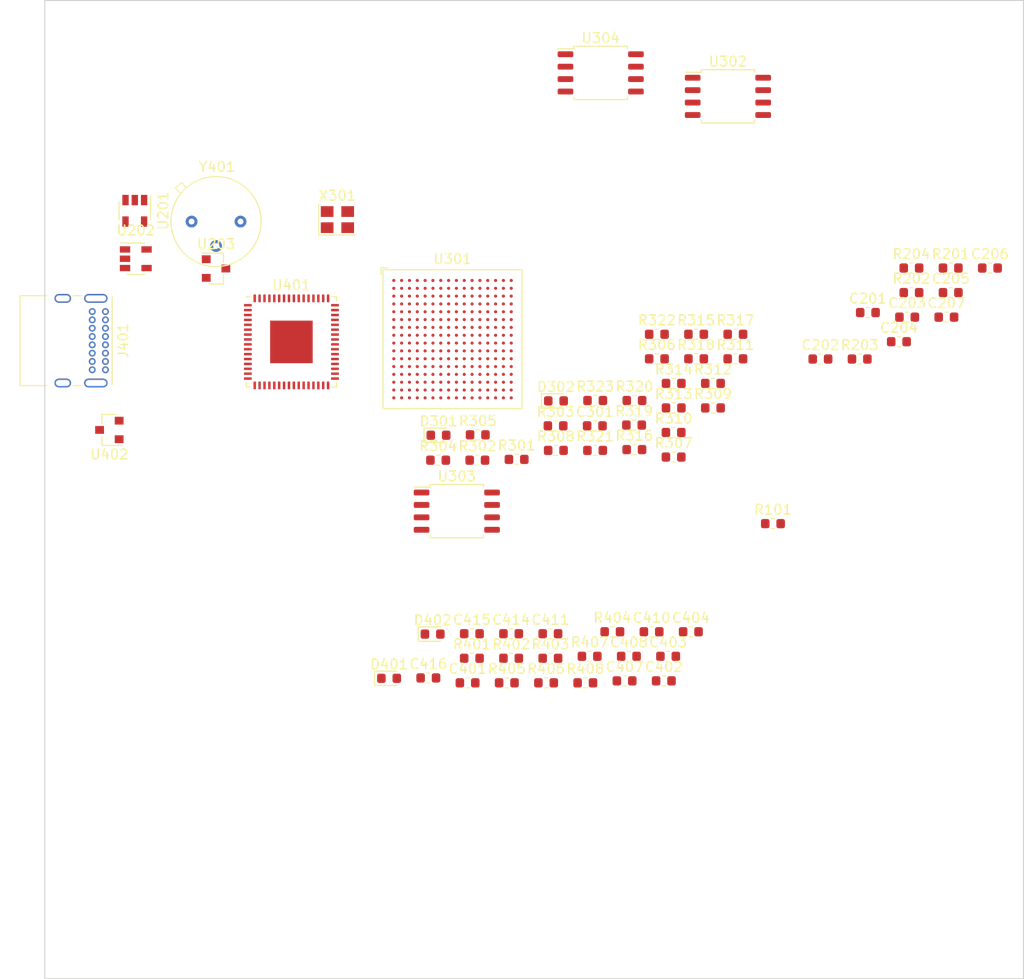
<source format=kicad_pcb>
(kicad_pcb (version 20171130) (host pcbnew 5.1.6-c6e7f7d~86~ubuntu19.10.1)
  (layers (0 F.Cu signal) (1 In1.Cu signal) (2 In2.Cu signal) (31 B.Cu signal) (34 B.Paste user) (35 F.Paste user) (36 B.SilkS user) (37 F.SilkS user) (38 B.Mask user) (39 F.Mask user) (44 Edge.Cuts user))
  (net 0 "")
  (net 1 GND)
  (net 2 VBUS)
  (net 3 "Net-(C203-Pad2)")
  (net 4 /power/3.3v)
  (net 5 "Net-(C204-Pad2)")
  (net 6 +1V1)
  (net 7 +2V5)
  (net 8 +1V8)
  (net 9 +3V3)
  (net 10 VDD_FTDI)
  (net 11 "Net-(D301-Pad1)")
  (net 12 "Net-(D302-Pad1)")
  (net 13 "Net-(D401-Pad1)")
  (net 14 "Net-(D402-Pad1)")
  (net 15 "Net-(J401-PadB8)")
  (net 16 "Net-(J401-PadA8)")
  (net 17 /usb/~SUSPEND~)
  (net 18 /fpga/RAM0_CLK)
  (net 19 /fpga/~RAM0_CS~)
  (net 20 /fpga/FPGA_INITN)
  (net 21 /fpga/FPGA_DONE)
  (net 22 /fpga/RAM0_IO0)
  (net 23 /fpga/RAM0_IO1)
  (net 24 /fpga/RAM0_IO2)
  (net 25 /fpga/RAM0_IO3)
  (net 26 "Net-(R310-Pad2)")
  (net 27 "Net-(R311-Pad2)")
  (net 28 /fpga/FLASH_CLK)
  (net 29 /fpga/RAM1_CLK)
  (net 30 /fpga/~FLASH_CS~)
  (net 31 /fpga/~RAM1_CS~)
  (net 32 /fpga/FLASH_IO0)
  (net 33 /fpga/RAM1_IO0)
  (net 34 /fpga/FLASH_IO1)
  (net 35 /fpga/RAM1_IO1)
  (net 36 /fpga/FLASH_IO2)
  (net 37 /fpga/RAM1_IO2)
  (net 38 /fpga/FLASH_IO3)
  (net 39 /fpga/RAM1_IO3)
  (net 40 /usb/TXLED)
  (net 41 /usb/RXLED)
  (net 42 "Net-(L201-Pad1)")
  (net 43 "Net-(L202-Pad1)")
  (net 44 "Net-(U301-PadR16)")
  (net 45 "Net-(U301-PadP16)")
  (net 46 "Net-(U301-PadN16)")
  (net 47 "Net-(U301-PadM16)")
  (net 48 "Net-(U301-PadL16)")
  (net 49 "Net-(U301-PadK16)")
  (net 50 "Net-(U301-PadJ16)")
  (net 51 "Net-(U301-PadG16)")
  (net 52 "Net-(U301-PadF16)")
  (net 53 "Net-(U301-PadE16)")
  (net 54 "Net-(U301-PadD16)")
  (net 55 "Net-(U301-PadC16)")
  (net 56 "Net-(U301-PadB16)")
  (net 57 "Net-(U301-PadT15)")
  (net 58 "Net-(U301-PadR15)")
  (net 59 "Net-(U301-PadP15)")
  (net 60 "Net-(U301-PadM15)")
  (net 61 "Net-(U301-PadL15)")
  (net 62 "Net-(U301-PadK15)")
  (net 63 "Net-(U301-PadJ15)")
  (net 64 "Net-(U301-PadH15)")
  (net 65 "Net-(U301-PadG15)")
  (net 66 "Net-(U301-PadF15)")
  (net 67 "Net-(U301-PadE15)")
  (net 68 "Net-(U301-PadC15)")
  (net 69 "Net-(U301-PadB15)")
  (net 70 "Net-(U301-PadA15)")
  (net 71 "Net-(U301-PadT14)")
  (net 72 "Net-(U301-PadR14)")
  (net 73 "Net-(U301-PadP14)")
  (net 74 "Net-(U301-PadN14)")
  (net 75 "Net-(U301-PadM14)")
  (net 76 "Net-(U301-PadL14)")
  (net 77 "Net-(U301-PadK14)")
  (net 78 "Net-(U301-PadJ14)")
  (net 79 "Net-(U301-PadH14)")
  (net 80 "Net-(U301-PadG14)")
  (net 81 "Net-(U301-PadF14)")
  (net 82 "Net-(U301-PadE14)")
  (net 83 "Net-(U301-PadD14)")
  (net 84 "Net-(U301-PadC14)")
  (net 85 "Net-(U301-PadB14)")
  (net 86 "Net-(U301-PadA14)")
  (net 87 "Net-(U301-PadT13)")
  (net 88 "Net-(U301-PadR13)")
  (net 89 "Net-(U301-PadP13)")
  (net 90 "Net-(U301-PadN13)")
  (net 91 "Net-(U301-PadM13)")
  (net 92 "Net-(U301-PadL13)")
  (net 93 "Net-(U301-PadK13)")
  (net 94 "Net-(U301-PadJ13)")
  (net 95 "Net-(U301-PadH13)")
  (net 96 "Net-(U301-PadG13)")
  (net 97 "Net-(U301-PadF13)")
  (net 98 "Net-(U301-PadE13)")
  (net 99 "Net-(U301-PadD13)")
  (net 100 "Net-(U301-PadC13)")
  (net 101 "Net-(U301-PadB13)")
  (net 102 "Net-(U301-PadA13)")
  (net 103 "Net-(U301-PadR12)")
  (net 104 "Net-(U301-PadP12)")
  (net 105 "Net-(U301-PadN12)")
  (net 106 "Net-(U301-PadM12)")
  (net 107 "Net-(U301-PadL12)")
  (net 108 "Net-(U301-PadK12)")
  (net 109 "Net-(U301-PadJ12)")
  (net 110 "Net-(U301-PadH12)")
  (net 111 "Net-(U301-PadG12)")
  (net 112 "Net-(U301-PadF12)")
  (net 113 "Net-(U301-PadE12)")
  (net 114 "Net-(U301-PadD12)")
  (net 115 "Net-(U301-PadC12)")
  (net 116 "Net-(U301-PadB12)")
  (net 117 "Net-(U301-PadA12)")
  (net 118 /fpga/TMS)
  (net 119 /fpga/TDI)
  (net 120 "Net-(U301-PadP11)")
  (net 121 "Net-(U301-PadN11)")
  (net 122 "Net-(U301-PadM11)")
  (net 123 "Net-(U301-PadL11)")
  (net 124 "Net-(U301-PadK11)")
  (net 125 "Net-(U301-PadJ11)")
  (net 126 "Net-(U301-PadH11)")
  (net 127 "Net-(U301-PadF11)")
  (net 128 "Net-(U301-PadE11)")
  (net 129 "Net-(U301-PadD11)")
  (net 130 "Net-(U301-PadC11)")
  (net 131 "Net-(U301-PadB11)")
  (net 132 "Net-(U301-PadA11)")
  (net 133 /fpga/TCK)
  (net 134 /fpga/TDO)
  (net 135 "Net-(U301-PadF10)")
  (net 136 "Net-(U301-PadE10)")
  (net 137 "Net-(U301-PadD10)")
  (net 138 "Net-(U301-PadC10)")
  (net 139 "Net-(U301-PadB10)")
  (net 140 "Net-(U301-PadA10)")
  (net 141 "Net-(U301-PadM9)")
  (net 142 "Net-(U301-PadE9)")
  (net 143 "Net-(U301-PadD9)")
  (net 144 "Net-(U301-PadC9)")
  (net 145 "Net-(U301-PadB9)")
  (net 146 "Net-(U301-PadA9)")
  (net 147 "Net-(U301-PadP8)")
  (net 148 "Net-(U301-PadN8)")
  (net 149 "Net-(U301-PadM8)")
  (net 150 "Net-(U301-PadE8)")
  (net 151 "Net-(U301-PadD8)")
  (net 152 "Net-(U301-PadC8)")
  (net 153 "Net-(U301-PadB8)")
  (net 154 "Net-(U301-PadA8)")
  (net 155 "Net-(U301-PadR7)")
  (net 156 "Net-(U301-PadP7)")
  (net 157 "Net-(U301-PadJ7)")
  (net 158 "Net-(U301-PadH7)")
  (net 159 "Net-(U301-PadF7)")
  (net 160 "Net-(U301-PadE7)")
  (net 161 "Net-(U301-PadD7)")
  (net 162 "Net-(U301-PadC7)")
  (net 163 "Net-(U301-PadB7)")
  (net 164 "Net-(U301-PadA7)")
  (net 165 "Net-(U301-PadT6)")
  (net 166 "Net-(U301-PadR6)")
  (net 167 "Net-(U301-PadP6)")
  (net 168 "Net-(U301-PadN6)")
  (net 169 "Net-(U301-PadM6)")
  (net 170 "Net-(U301-PadJ6)")
  (net 171 "Net-(U301-PadH6)")
  (net 172 "Net-(U301-PadF6)")
  (net 173 "Net-(U301-PadE6)")
  (net 174 "Net-(U301-PadD6)")
  (net 175 "Net-(U301-PadC6)")
  (net 176 "Net-(U301-PadB6)")
  (net 177 "Net-(U301-PadA6)")
  (net 178 "Net-(U301-PadR5)")
  (net 179 "Net-(U301-PadP5)")
  (net 180 "Net-(U301-PadN5)")
  (net 181 "Net-(U301-PadM5)")
  (net 182 "Net-(U301-PadL5)")
  (net 183 "Net-(U301-PadK5)")
  (net 184 "Net-(U301-PadJ5)")
  (net 185 "Net-(U301-PadH5)")
  (net 186 "Net-(U301-PadG5)")
  (net 187 "Net-(U301-PadF5)")
  (net 188 "Net-(U301-PadE5)")
  (net 189 "Net-(U301-PadD5)")
  (net 190 "Net-(U301-PadC5)")
  (net 191 "Net-(U301-PadB5)")
  (net 192 "Net-(U301-PadA5)")
  (net 193 "Net-(U301-PadT4)")
  (net 194 "Net-(U301-PadR4)")
  (net 195 "Net-(U301-PadP4)")
  (net 196 "Net-(U301-PadN4)")
  (net 197 "Net-(U301-PadM4)")
  (net 198 "Net-(U301-PadL4)")
  (net 199 "Net-(U301-PadK4)")
  (net 200 "Net-(U301-PadJ4)")
  (net 201 "Net-(U301-PadH4)")
  (net 202 "Net-(U301-PadG4)")
  (net 203 "Net-(U301-PadF4)")
  (net 204 "Net-(U301-PadE4)")
  (net 205 "Net-(U301-PadD4)")
  (net 206 "Net-(U301-PadC4)")
  (net 207 "Net-(U301-PadB4)")
  (net 208 "Net-(U301-PadA4)")
  (net 209 "Net-(U301-PadT3)")
  (net 210 "Net-(U301-PadR3)")
  (net 211 "Net-(U301-PadP3)")
  (net 212 "Net-(U301-PadN3)")
  (net 213 "Net-(U301-PadM3)")
  (net 214 "Net-(U301-PadL3)")
  (net 215 "Net-(U301-PadK3)")
  (net 216 "Net-(U301-PadJ3)")
  (net 217 "Net-(U301-PadH3)")
  (net 218 "Net-(U301-PadG3)")
  (net 219 "Net-(U301-PadF3)")
  (net 220 "Net-(U301-PadE3)")
  (net 221 "Net-(U301-PadD3)")
  (net 222 "Net-(U301-PadC3)")
  (net 223 "Net-(U301-PadB3)")
  (net 224 "Net-(U301-PadA3)")
  (net 225 "Net-(U301-PadT2)")
  (net 226 "Net-(U301-PadR2)")
  (net 227 "Net-(U301-PadP2)")
  (net 228 "Net-(U301-PadM2)")
  (net 229 "Net-(U301-PadL2)")
  (net 230 "Net-(U301-PadK2)")
  (net 231 "Net-(U301-PadJ2)")
  (net 232 "Net-(U301-PadH2)")
  (net 233 "Net-(U301-PadG2)")
  (net 234 "Net-(U301-PadF2)")
  (net 235 "Net-(U301-PadE2)")
  (net 236 "Net-(U301-PadC2)")
  (net 237 "Net-(U301-PadB2)")
  (net 238 "Net-(U301-PadA2)")
  (net 239 "Net-(U301-PadR1)")
  (net 240 "Net-(U301-PadP1)")
  (net 241 "Net-(U301-PadN1)")
  (net 242 "Net-(U301-PadM1)")
  (net 243 "Net-(U301-PadL1)")
  (net 244 "Net-(U301-PadK1)")
  (net 245 "Net-(U301-PadJ1)")
  (net 246 "Net-(U301-PadG1)")
  (net 247 "Net-(U301-PadF1)")
  (net 248 "Net-(U301-PadE1)")
  (net 249 "Net-(U301-PadD1)")
  (net 250 "Net-(U301-PadC1)")
  (net 251 "Net-(U301-PadB1)")
  (net 252 "Net-(U401-Pad63)")
  (net 253 "Net-(U401-Pad62)")
  (net 254 "Net-(U401-Pad61)")
  (net 255 "Net-(U401-Pad60)")
  (net 256 "Net-(U401-Pad59)")
  (net 257 "Net-(U401-Pad58)")
  (net 258 "Net-(U401-Pad57)")
  (net 259 "Net-(U401-Pad55)")
  (net 260 "Net-(U401-Pad54)")
  (net 261 "Net-(U401-Pad53)")
  (net 262 "Net-(U401-Pad52)")
  (net 263 "Net-(U401-Pad48)")
  (net 264 "Net-(U401-Pad46)")
  (net 265 "Net-(U401-Pad45)")
  (net 266 "Net-(U401-Pad44)")
  (net 267 /usb/RST)
  (net 268 /usb/TMS)
  (net 269 /usb/TDO)
  (net 270 /usb/TDI)
  (net 271 /usb/TCK)
  (net 272 "Net-(U401-Pad34)")
  (net 273 "Net-(U401-Pad33)")
  (net 274 "Net-(U401-Pad32)")
  (net 275 "Net-(U401-Pad28)")
  (net 276 "Net-(U401-Pad27)")
  (net 277 "Net-(U401-Pad26)")
  (net 278 "Net-(U401-Pad24)")
  (net 279 "Net-(U401-Pad23)")
  (net 280 "Net-(U401-Pad22)")
  (net 281 "Net-(U401-Pad21)")
  (net 282 "Net-(U401-Pad19)")
  (net 283 "Net-(U401-Pad18)")
  (net 284 /usb/RXD)
  (net 285 /usb/TXD)
  (net 286 /fpga/CLK_25Mhz)
  (net 287 "Net-(Y401-Pad2)")
  (net 288 /usb/OSCI)
  (net 289 /usb/OSCO)
  (net 290 /usb/D+)
  (net 291 /usb/CC2)
  (net 292 /usb/D-)
  (net 293 /usb/CC1)
  (net 294 /usb/~RESET~)
  (net 295 /usb/FTDI_D-)
  (net 296 /usb/FTDI_D+)
  (net 297 /usb/REF)
  (net 298 /usb/VPHY)
  (module Crystal:Crystal_HC35-U (layer F.Cu) (at 115 72.6)
    (fp_text reference Y401 (at 2.6 -5.6) (layer F.SilkS))
    (fp_text value 12Mhz)
    (pad 3 thru_hole circle (at 2.5 2.5) (size 1.2 1.2) (drill 0.6) (layers *.Cu *.Mask) (net 289 /usb/OSCO))
    (pad 2 thru_hole circle (at 5 0) (size 1.2 1.2) (drill 0.6) (layers *.Cu *.Mask) (net 287 "Net-(Y401-Pad2)"))
    (pad 1 thru_hole circle (at 0 0) (size 1.2 1.2) (drill 0.6) (layers *.Cu *.Mask) (net 288 /usb/OSCI))
  )
  (module Oscillator:Oscillator_SMD_Abracon_ASE-4Pin_3.2x2.5mm (layer F.Cu) (at 129.9 72.4)
    (fp_text reference X301 (at 0 -2.45) (layer F.SilkS))
    (fp_text value 25Mhz)
    (pad 4 smd rect (at -1.05 -0.825) (size 1.3 1.1) (layers F.Cu F.Paste F.Mask) (net 4 /power/3.3v))
    (pad 3 smd rect (at 1.05 -0.825) (size 1.3 1.1) (layers F.Cu F.Paste F.Mask) (net 286 /fpga/CLK_25Mhz))
    (pad 2 smd rect (at 1.05 0.825) (size 1.3 1.1) (layers F.Cu F.Paste F.Mask) (net 1 GND))
    (pad 1 smd rect (at -1.05 0.825) (size 1.3 1.1) (layers F.Cu F.Paste F.Mask) (net 4 /power/3.3v))
  )
  (module Package_TO_SOT_SMD:SOT-23 (layer F.Cu) (at 106.6 93.9 180)
    (fp_text reference U402 (at 0 -2.5) (layer F.SilkS))
    (fp_text value XC6206PxxxMR)
    (pad 3 smd rect (at 1 0 180) (size 0.9 0.8) (layers F.Cu F.Paste F.Mask) (net 2 VBUS))
    (pad 2 smd rect (at -1 0.95 180) (size 0.9 0.8) (layers F.Cu F.Paste F.Mask) (net 10 VDD_FTDI))
    (pad 1 smd rect (at -1 -0.95 180) (size 0.9 0.8) (layers F.Cu F.Paste F.Mask) (net 1 GND))
  )
  (module Package_DFN_QFN:QFN-64-1EP_9x9mm_P0.5mm_EP4.35x4.35mm (layer F.Cu) (at 125.2 84.9)
    (fp_text reference U401 (at 0 -5.8) (layer F.SilkS))
    (fp_text value FT2232HQ)
    (pad 65 smd rect (at 0 0) (size 4.35 4.35) (layers F.Cu F.Mask) (net 1 GND))
    (pad 64 smd roundrect (at -3.75 -4.45) (size 0.25 0.8) (layers F.Cu F.Paste F.Mask) (net 8 +1V8))
    (pad 63 smd roundrect (at -3.25 -4.45) (size 0.25 0.8) (layers F.Cu F.Paste F.Mask) (net 252 "Net-(U401-Pad63)"))
    (pad 62 smd roundrect (at -2.75 -4.45) (size 0.25 0.8) (layers F.Cu F.Paste F.Mask) (net 253 "Net-(U401-Pad62)"))
    (pad 61 smd roundrect (at -2.25 -4.45) (size 0.25 0.8) (layers F.Cu F.Paste F.Mask) (net 254 "Net-(U401-Pad61)"))
    (pad 60 smd roundrect (at -1.75 -4.45) (size 0.25 0.8) (layers F.Cu F.Paste F.Mask) (net 255 "Net-(U401-Pad60)"))
    (pad 59 smd roundrect (at -1.25 -4.45) (size 0.25 0.8) (layers F.Cu F.Paste F.Mask) (net 256 "Net-(U401-Pad59)"))
    (pad 58 smd roundrect (at -0.75 -4.45) (size 0.25 0.8) (layers F.Cu F.Paste F.Mask) (net 257 "Net-(U401-Pad58)"))
    (pad 57 smd roundrect (at -0.25 -4.45) (size 0.25 0.8) (layers F.Cu F.Paste F.Mask) (net 258 "Net-(U401-Pad57)"))
    (pad 56 smd roundrect (at 0.25 -4.45) (size 0.25 0.8) (layers F.Cu F.Paste F.Mask) (net 10 VDD_FTDI))
    (pad 55 smd roundrect (at 0.75 -4.45) (size 0.25 0.8) (layers F.Cu F.Paste F.Mask) (net 259 "Net-(U401-Pad55)"))
    (pad 54 smd roundrect (at 1.25 -4.45) (size 0.25 0.8) (layers F.Cu F.Paste F.Mask) (net 260 "Net-(U401-Pad54)"))
    (pad 53 smd roundrect (at 1.75 -4.45) (size 0.25 0.8) (layers F.Cu F.Paste F.Mask) (net 261 "Net-(U401-Pad53)"))
    (pad 52 smd roundrect (at 2.25 -4.45) (size 0.25 0.8) (layers F.Cu F.Paste F.Mask) (net 262 "Net-(U401-Pad52)"))
    (pad 51 smd roundrect (at 2.75 -4.45) (size 0.25 0.8) (layers F.Cu F.Paste F.Mask) (net 1 GND))
    (pad 50 smd roundrect (at 3.25 -4.45) (size 0.25 0.8) (layers F.Cu F.Paste F.Mask) (net 10 VDD_FTDI))
    (pad 49 smd roundrect (at 3.75 -4.45) (size 0.25 0.8) (layers F.Cu F.Paste F.Mask) (net 8 +1V8))
    (pad 48 smd roundrect (at 4.45 -3.75) (size 0.8 0.25) (layers F.Cu F.Paste F.Mask) (net 263 "Net-(U401-Pad48)"))
    (pad 47 smd roundrect (at 4.45 -3.25) (size 0.8 0.25) (layers F.Cu F.Paste F.Mask) (net 1 GND))
    (pad 46 smd roundrect (at 4.45 -2.75) (size 0.8 0.25) (layers F.Cu F.Paste F.Mask) (net 264 "Net-(U401-Pad46)"))
    (pad 45 smd roundrect (at 4.45 -2.25) (size 0.8 0.25) (layers F.Cu F.Paste F.Mask) (net 265 "Net-(U401-Pad45)"))
    (pad 44 smd roundrect (at 4.45 -1.75) (size 0.8 0.25) (layers F.Cu F.Paste F.Mask) (net 266 "Net-(U401-Pad44)"))
    (pad 43 smd roundrect (at 4.45 -1.25) (size 0.8 0.25) (layers F.Cu F.Paste F.Mask) (net 267 /usb/RST))
    (pad 42 smd roundrect (at 4.45 -0.75) (size 0.8 0.25) (layers F.Cu F.Paste F.Mask) (net 10 VDD_FTDI))
    (pad 41 smd roundrect (at 4.45 -0.25) (size 0.8 0.25) (layers F.Cu F.Paste F.Mask) (net 268 /usb/TMS))
    (pad 40 smd roundrect (at 4.45 0.25) (size 0.8 0.25) (layers F.Cu F.Paste F.Mask) (net 269 /usb/TDO))
    (pad 39 smd roundrect (at 4.45 0.75) (size 0.8 0.25) (layers F.Cu F.Paste F.Mask) (net 270 /usb/TDI))
    (pad 38 smd roundrect (at 4.45 1.25) (size 0.8 0.25) (layers F.Cu F.Paste F.Mask) (net 271 /usb/TCK))
    (pad 37 smd roundrect (at 4.45 1.75) (size 0.8 0.25) (layers F.Cu F.Paste F.Mask) (net 8 +1V8))
    (pad 36 smd roundrect (at 4.45 2.25) (size 0.8 0.25) (layers F.Cu F.Paste F.Mask) (net 17 /usb/~SUSPEND~))
    (pad 35 smd roundrect (at 4.45 2.75) (size 0.8 0.25) (layers F.Cu F.Paste F.Mask) (net 1 GND))
    (pad 34 smd roundrect (at 4.45 3.25) (size 0.8 0.25) (layers F.Cu F.Paste F.Mask) (net 272 "Net-(U401-Pad34)"))
    (pad 33 smd roundrect (at 4.45 3.75) (size 0.8 0.25) (layers F.Cu F.Paste F.Mask) (net 273 "Net-(U401-Pad33)"))
    (pad 32 smd roundrect (at 3.75 4.45) (size 0.25 0.8) (layers F.Cu F.Paste F.Mask) (net 274 "Net-(U401-Pad32)"))
    (pad 31 smd roundrect (at 3.25 4.45) (size 0.25 0.8) (layers F.Cu F.Paste F.Mask) (net 10 VDD_FTDI))
    (pad 30 smd roundrect (at 2.75 4.45) (size 0.25 0.8) (layers F.Cu F.Paste F.Mask) (net 41 /usb/RXLED))
    (pad 29 smd roundrect (at 2.25 4.45) (size 0.25 0.8) (layers F.Cu F.Paste F.Mask) (net 40 /usb/TXLED))
    (pad 28 smd roundrect (at 1.75 4.45) (size 0.25 0.8) (layers F.Cu F.Paste F.Mask) (net 275 "Net-(U401-Pad28)"))
    (pad 27 smd roundrect (at 1.25 4.45) (size 0.25 0.8) (layers F.Cu F.Paste F.Mask) (net 276 "Net-(U401-Pad27)"))
    (pad 26 smd roundrect (at 0.75 4.45) (size 0.25 0.8) (layers F.Cu F.Paste F.Mask) (net 277 "Net-(U401-Pad26)"))
    (pad 25 smd roundrect (at 0.25 4.45) (size 0.25 0.8) (layers F.Cu F.Paste F.Mask) (net 1 GND))
    (pad 24 smd roundrect (at -0.25 4.45) (size 0.25 0.8) (layers F.Cu F.Paste F.Mask) (net 278 "Net-(U401-Pad24)"))
    (pad 23 smd roundrect (at -0.75 4.45) (size 0.25 0.8) (layers F.Cu F.Paste F.Mask) (net 279 "Net-(U401-Pad23)"))
    (pad 22 smd roundrect (at -1.25 4.45) (size 0.25 0.8) (layers F.Cu F.Paste F.Mask) (net 280 "Net-(U401-Pad22)"))
    (pad 21 smd roundrect (at -1.75 4.45) (size 0.25 0.8) (layers F.Cu F.Paste F.Mask) (net 281 "Net-(U401-Pad21)"))
    (pad 20 smd roundrect (at -2.25 4.45) (size 0.25 0.8) (layers F.Cu F.Paste F.Mask) (net 10 VDD_FTDI))
    (pad 19 smd roundrect (at -2.75 4.45) (size 0.25 0.8) (layers F.Cu F.Paste F.Mask) (net 282 "Net-(U401-Pad19)"))
    (pad 18 smd roundrect (at -3.25 4.45) (size 0.25 0.8) (layers F.Cu F.Paste F.Mask) (net 283 "Net-(U401-Pad18)"))
    (pad 17 smd roundrect (at -3.75 4.45) (size 0.25 0.8) (layers F.Cu F.Paste F.Mask) (net 284 /usb/RXD))
    (pad 16 smd roundrect (at -4.45 3.75) (size 0.8 0.25) (layers F.Cu F.Paste F.Mask) (net 285 /usb/TXD))
    (pad 15 smd roundrect (at -4.45 3.25) (size 0.8 0.25) (layers F.Cu F.Paste F.Mask) (net 1 GND))
    (pad 14 smd roundrect (at -4.45 2.75) (size 0.8 0.25) (layers F.Cu F.Paste F.Mask) (net 294 /usb/~RESET~))
    (pad 13 smd roundrect (at -4.45 2.25) (size 0.8 0.25) (layers F.Cu F.Paste F.Mask) (net 1 GND))
    (pad 12 smd roundrect (at -4.45 1.75) (size 0.8 0.25) (layers F.Cu F.Paste F.Mask) (net 8 +1V8))
    (pad 11 smd roundrect (at -4.45 1.25) (size 0.8 0.25) (layers F.Cu F.Paste F.Mask) (net 1 GND))
    (pad 10 smd roundrect (at -4.45 0.75) (size 0.8 0.25) (layers F.Cu F.Paste F.Mask) (net 1 GND))
    (pad 9 smd roundrect (at -4.45 0.25) (size 0.8 0.25) (layers F.Cu F.Paste F.Mask) (net 298 /usb/VPHY))
    (pad 8 smd roundrect (at -4.45 -0.25) (size 0.8 0.25) (layers F.Cu F.Paste F.Mask) (net 296 /usb/FTDI_D+))
    (pad 7 smd roundrect (at -4.45 -0.75) (size 0.8 0.25) (layers F.Cu F.Paste F.Mask) (net 295 /usb/FTDI_D-))
    (pad 6 smd roundrect (at -4.45 -1.25) (size 0.8 0.25) (layers F.Cu F.Paste F.Mask) (net 297 /usb/REF))
    (pad 5 smd roundrect (at -4.45 -1.75) (size 0.8 0.25) (layers F.Cu F.Paste F.Mask) (net 1 GND))
    (pad 4 smd roundrect (at -4.45 -2.25) (size 0.8 0.25) (layers F.Cu F.Paste F.Mask) (net 298 /usb/VPHY))
    (pad 3 smd roundrect (at -4.45 -2.75) (size 0.8 0.25) (layers F.Cu F.Paste F.Mask) (net 289 /usb/OSCO))
    (pad 2 smd roundrect (at -4.45 -3.25) (size 0.8 0.25) (layers F.Cu F.Paste F.Mask) (net 288 /usb/OSCI))
    (pad 1 smd roundrect (at -4.45 -3.75) (size 0.8 0.25) (layers F.Cu F.Paste F.Mask) (net 1 GND))
  )
  (module Package_SO:SOIC-8_5.23x5.23mm_P1.27mm (layer F.Cu) (at 156.8 57.4)
    (fp_text reference U304 (at 0 -3.56) (layer F.SilkS))
    (fp_text value LY68L6400SLIT)
    (pad 8 smd roundrect (at 3.6 -1.905) (size 1.6 0.6) (layers F.Cu F.Paste F.Mask) (net 4 /power/3.3v))
    (pad 7 smd roundrect (at 3.6 -0.635) (size 1.6 0.6) (layers F.Cu F.Paste F.Mask) (net 39 /fpga/RAM1_IO3))
    (pad 6 smd roundrect (at 3.6 0.635) (size 1.6 0.6) (layers F.Cu F.Paste F.Mask) (net 29 /fpga/RAM1_CLK))
    (pad 5 smd roundrect (at 3.6 1.905) (size 1.6 0.6) (layers F.Cu F.Paste F.Mask) (net 33 /fpga/RAM1_IO0))
    (pad 4 smd roundrect (at -3.6 1.905) (size 1.6 0.6) (layers F.Cu F.Paste F.Mask) (net 1 GND))
    (pad 3 smd roundrect (at -3.6 0.635) (size 1.6 0.6) (layers F.Cu F.Paste F.Mask) (net 37 /fpga/RAM1_IO2))
    (pad 2 smd roundrect (at -3.6 -0.635) (size 1.6 0.6) (layers F.Cu F.Paste F.Mask) (net 35 /fpga/RAM1_IO1))
    (pad 1 smd roundrect (at -3.6 -1.905) (size 1.6 0.6) (layers F.Cu F.Paste F.Mask) (net 31 /fpga/~RAM1_CS~))
  )
  (module Package_SO:SOIC-8_5.23x5.23mm_P1.27mm (layer F.Cu) (at 142.1 102.2)
    (fp_text reference U303 (at 0 -3.56) (layer F.SilkS))
    (fp_text value W25Q32JVSS)
    (pad 8 smd roundrect (at 3.6 -1.905) (size 1.6 0.6) (layers F.Cu F.Paste F.Mask) (net 4 /power/3.3v))
    (pad 7 smd roundrect (at 3.6 -0.635) (size 1.6 0.6) (layers F.Cu F.Paste F.Mask) (net 38 /fpga/FLASH_IO3))
    (pad 6 smd roundrect (at 3.6 0.635) (size 1.6 0.6) (layers F.Cu F.Paste F.Mask) (net 28 /fpga/FLASH_CLK))
    (pad 5 smd roundrect (at 3.6 1.905) (size 1.6 0.6) (layers F.Cu F.Paste F.Mask) (net 32 /fpga/FLASH_IO0))
    (pad 4 smd roundrect (at -3.6 1.905) (size 1.6 0.6) (layers F.Cu F.Paste F.Mask) (net 1 GND))
    (pad 3 smd roundrect (at -3.6 0.635) (size 1.6 0.6) (layers F.Cu F.Paste F.Mask) (net 36 /fpga/FLASH_IO2))
    (pad 2 smd roundrect (at -3.6 -0.635) (size 1.6 0.6) (layers F.Cu F.Paste F.Mask) (net 34 /fpga/FLASH_IO1))
    (pad 1 smd roundrect (at -3.6 -1.905) (size 1.6 0.6) (layers F.Cu F.Paste F.Mask) (net 30 /fpga/~FLASH_CS~))
  )
  (module Package_SO:SOIC-8_5.23x5.23mm_P1.27mm (layer F.Cu) (at 169.8 59.8)
    (fp_text reference U302 (at 0 -3.56) (layer F.SilkS))
    (fp_text value LY68L6400SLIT)
    (pad 8 smd roundrect (at 3.6 -1.905) (size 1.6 0.6) (layers F.Cu F.Paste F.Mask) (net 4 /power/3.3v))
    (pad 7 smd roundrect (at 3.6 -0.635) (size 1.6 0.6) (layers F.Cu F.Paste F.Mask) (net 25 /fpga/RAM0_IO3))
    (pad 6 smd roundrect (at 3.6 0.635) (size 1.6 0.6) (layers F.Cu F.Paste F.Mask) (net 18 /fpga/RAM0_CLK))
    (pad 5 smd roundrect (at 3.6 1.905) (size 1.6 0.6) (layers F.Cu F.Paste F.Mask) (net 22 /fpga/RAM0_IO0))
    (pad 4 smd roundrect (at -3.6 1.905) (size 1.6 0.6) (layers F.Cu F.Paste F.Mask) (net 1 GND))
    (pad 3 smd roundrect (at -3.6 0.635) (size 1.6 0.6) (layers F.Cu F.Paste F.Mask) (net 24 /fpga/RAM0_IO2))
    (pad 2 smd roundrect (at -3.6 -0.635) (size 1.6 0.6) (layers F.Cu F.Paste F.Mask) (net 23 /fpga/RAM0_IO1))
    (pad 1 smd roundrect (at -3.6 -1.905) (size 1.6 0.6) (layers F.Cu F.Paste F.Mask) (net 19 /fpga/~RAM0_CS~))
  )
  (module Package_BGA:BGA-256_14.0x14.0mm_Layout16x16_P0.8mm_Ball0.45mm_Pad0.32mm_NSMD (layer F.Cu) (at 141.66 84.62)
    (fp_text reference U301 (at 0 -8.2) (layer F.SilkS))
    (fp_text value LFE5U-12F-6BG256C)
    (pad T16 smd circle (at 6 6) (size 0.32 0.32) (layers F.Cu F.Paste F.Mask) (net 1 GND))
    (pad R16 smd circle (at 6 5.2) (size 0.32 0.32) (layers F.Cu F.Paste F.Mask) (net 44 "Net-(U301-PadR16)"))
    (pad P16 smd circle (at 6 4.4) (size 0.32 0.32) (layers F.Cu F.Paste F.Mask) (net 45 "Net-(U301-PadP16)"))
    (pad N16 smd circle (at 6 3.6) (size 0.32 0.32) (layers F.Cu F.Paste F.Mask) (net 46 "Net-(U301-PadN16)"))
    (pad M16 smd circle (at 6 2.8) (size 0.32 0.32) (layers F.Cu F.Paste F.Mask) (net 47 "Net-(U301-PadM16)"))
    (pad L16 smd circle (at 6 2) (size 0.32 0.32) (layers F.Cu F.Paste F.Mask) (net 48 "Net-(U301-PadL16)"))
    (pad K16 smd circle (at 6 1.2) (size 0.32 0.32) (layers F.Cu F.Paste F.Mask) (net 49 "Net-(U301-PadK16)"))
    (pad J16 smd circle (at 6 0.4) (size 0.32 0.32) (layers F.Cu F.Paste F.Mask) (net 50 "Net-(U301-PadJ16)"))
    (pad H16 smd circle (at 6 -0.4) (size 0.32 0.32) (layers F.Cu F.Paste F.Mask) (net 1 GND))
    (pad G16 smd circle (at 6 -1.2) (size 0.32 0.32) (layers F.Cu F.Paste F.Mask) (net 51 "Net-(U301-PadG16)"))
    (pad F16 smd circle (at 6 -2) (size 0.32 0.32) (layers F.Cu F.Paste F.Mask) (net 52 "Net-(U301-PadF16)"))
    (pad E16 smd circle (at 6 -2.8) (size 0.32 0.32) (layers F.Cu F.Paste F.Mask) (net 53 "Net-(U301-PadE16)"))
    (pad D16 smd circle (at 6 -3.6) (size 0.32 0.32) (layers F.Cu F.Paste F.Mask) (net 54 "Net-(U301-PadD16)"))
    (pad C16 smd circle (at 6 -4.4) (size 0.32 0.32) (layers F.Cu F.Paste F.Mask) (net 55 "Net-(U301-PadC16)"))
    (pad B16 smd circle (at 6 -5.2) (size 0.32 0.32) (layers F.Cu F.Paste F.Mask) (net 56 "Net-(U301-PadB16)"))
    (pad A16 smd circle (at 6 -6) (size 0.32 0.32) (layers F.Cu F.Paste F.Mask) (net 1 GND))
    (pad T15 smd circle (at 5.2 6) (size 0.32 0.32) (layers F.Cu F.Paste F.Mask) (net 57 "Net-(U301-PadT15)"))
    (pad R15 smd circle (at 5.2 5.2) (size 0.32 0.32) (layers F.Cu F.Paste F.Mask) (net 58 "Net-(U301-PadR15)"))
    (pad P15 smd circle (at 5.2 4.4) (size 0.32 0.32) (layers F.Cu F.Paste F.Mask) (net 59 "Net-(U301-PadP15)"))
    (pad N15 smd circle (at 5.2 3.6) (size 0.32 0.32) (layers F.Cu F.Paste F.Mask) (net 1 GND))
    (pad M15 smd circle (at 5.2 2.8) (size 0.32 0.32) (layers F.Cu F.Paste F.Mask) (net 60 "Net-(U301-PadM15)"))
    (pad L15 smd circle (at 5.2 2) (size 0.32 0.32) (layers F.Cu F.Paste F.Mask) (net 61 "Net-(U301-PadL15)"))
    (pad K15 smd circle (at 5.2 1.2) (size 0.32 0.32) (layers F.Cu F.Paste F.Mask) (net 62 "Net-(U301-PadK15)"))
    (pad J15 smd circle (at 5.2 0.4) (size 0.32 0.32) (layers F.Cu F.Paste F.Mask) (net 63 "Net-(U301-PadJ15)"))
    (pad H15 smd circle (at 5.2 -0.4) (size 0.32 0.32) (layers F.Cu F.Paste F.Mask) (net 64 "Net-(U301-PadH15)"))
    (pad G15 smd circle (at 5.2 -1.2) (size 0.32 0.32) (layers F.Cu F.Paste F.Mask) (net 65 "Net-(U301-PadG15)"))
    (pad F15 smd circle (at 5.2 -2) (size 0.32 0.32) (layers F.Cu F.Paste F.Mask) (net 66 "Net-(U301-PadF15)"))
    (pad E15 smd circle (at 5.2 -2.8) (size 0.32 0.32) (layers F.Cu F.Paste F.Mask) (net 67 "Net-(U301-PadE15)"))
    (pad D15 smd circle (at 5.2 -3.6) (size 0.32 0.32) (layers F.Cu F.Paste F.Mask) (net 1 GND))
    (pad C15 smd circle (at 5.2 -4.4) (size 0.32 0.32) (layers F.Cu F.Paste F.Mask) (net 68 "Net-(U301-PadC15)"))
    (pad B15 smd circle (at 5.2 -5.2) (size 0.32 0.32) (layers F.Cu F.Paste F.Mask) (net 69 "Net-(U301-PadB15)"))
    (pad A15 smd circle (at 5.2 -6) (size 0.32 0.32) (layers F.Cu F.Paste F.Mask) (net 70 "Net-(U301-PadA15)"))
    (pad T14 smd circle (at 4.4 6) (size 0.32 0.32) (layers F.Cu F.Paste F.Mask) (net 71 "Net-(U301-PadT14)"))
    (pad R14 smd circle (at 4.4 5.2) (size 0.32 0.32) (layers F.Cu F.Paste F.Mask) (net 72 "Net-(U301-PadR14)"))
    (pad P14 smd circle (at 4.4 4.4) (size 0.32 0.32) (layers F.Cu F.Paste F.Mask) (net 73 "Net-(U301-PadP14)"))
    (pad N14 smd circle (at 4.4 3.6) (size 0.32 0.32) (layers F.Cu F.Paste F.Mask) (net 74 "Net-(U301-PadN14)"))
    (pad M14 smd circle (at 4.4 2.8) (size 0.32 0.32) (layers F.Cu F.Paste F.Mask) (net 75 "Net-(U301-PadM14)"))
    (pad L14 smd circle (at 4.4 2) (size 0.32 0.32) (layers F.Cu F.Paste F.Mask) (net 76 "Net-(U301-PadL14)"))
    (pad K14 smd circle (at 4.4 1.2) (size 0.32 0.32) (layers F.Cu F.Paste F.Mask) (net 77 "Net-(U301-PadK14)"))
    (pad J14 smd circle (at 4.4 0.4) (size 0.32 0.32) (layers F.Cu F.Paste F.Mask) (net 78 "Net-(U301-PadJ14)"))
    (pad H14 smd circle (at 4.4 -0.4) (size 0.32 0.32) (layers F.Cu F.Paste F.Mask) (net 79 "Net-(U301-PadH14)"))
    (pad G14 smd circle (at 4.4 -1.2) (size 0.32 0.32) (layers F.Cu F.Paste F.Mask) (net 80 "Net-(U301-PadG14)"))
    (pad F14 smd circle (at 4.4 -2) (size 0.32 0.32) (layers F.Cu F.Paste F.Mask) (net 81 "Net-(U301-PadF14)"))
    (pad E14 smd circle (at 4.4 -2.8) (size 0.32 0.32) (layers F.Cu F.Paste F.Mask) (net 82 "Net-(U301-PadE14)"))
    (pad D14 smd circle (at 4.4 -3.6) (size 0.32 0.32) (layers F.Cu F.Paste F.Mask) (net 83 "Net-(U301-PadD14)"))
    (pad C14 smd circle (at 4.4 -4.4) (size 0.32 0.32) (layers F.Cu F.Paste F.Mask) (net 84 "Net-(U301-PadC14)"))
    (pad B14 smd circle (at 4.4 -5.2) (size 0.32 0.32) (layers F.Cu F.Paste F.Mask) (net 85 "Net-(U301-PadB14)"))
    (pad A14 smd circle (at 4.4 -6) (size 0.32 0.32) (layers F.Cu F.Paste F.Mask) (net 86 "Net-(U301-PadA14)"))
    (pad T13 smd circle (at 3.6 6) (size 0.32 0.32) (layers F.Cu F.Paste F.Mask) (net 87 "Net-(U301-PadT13)"))
    (pad R13 smd circle (at 3.6 5.2) (size 0.32 0.32) (layers F.Cu F.Paste F.Mask) (net 88 "Net-(U301-PadR13)"))
    (pad P13 smd circle (at 3.6 4.4) (size 0.32 0.32) (layers F.Cu F.Paste F.Mask) (net 89 "Net-(U301-PadP13)"))
    (pad N13 smd circle (at 3.6 3.6) (size 0.32 0.32) (layers F.Cu F.Paste F.Mask) (net 90 "Net-(U301-PadN13)"))
    (pad M13 smd circle (at 3.6 2.8) (size 0.32 0.32) (layers F.Cu F.Paste F.Mask) (net 91 "Net-(U301-PadM13)"))
    (pad L13 smd circle (at 3.6 2) (size 0.32 0.32) (layers F.Cu F.Paste F.Mask) (net 92 "Net-(U301-PadL13)"))
    (pad K13 smd circle (at 3.6 1.2) (size 0.32 0.32) (layers F.Cu F.Paste F.Mask) (net 93 "Net-(U301-PadK13)"))
    (pad J13 smd circle (at 3.6 0.4) (size 0.32 0.32) (layers F.Cu F.Paste F.Mask) (net 94 "Net-(U301-PadJ13)"))
    (pad H13 smd circle (at 3.6 -0.4) (size 0.32 0.32) (layers F.Cu F.Paste F.Mask) (net 95 "Net-(U301-PadH13)"))
    (pad G13 smd circle (at 3.6 -1.2) (size 0.32 0.32) (layers F.Cu F.Paste F.Mask) (net 96 "Net-(U301-PadG13)"))
    (pad F13 smd circle (at 3.6 -2) (size 0.32 0.32) (layers F.Cu F.Paste F.Mask) (net 97 "Net-(U301-PadF13)"))
    (pad E13 smd circle (at 3.6 -2.8) (size 0.32 0.32) (layers F.Cu F.Paste F.Mask) (net 98 "Net-(U301-PadE13)"))
    (pad D13 smd circle (at 3.6 -3.6) (size 0.32 0.32) (layers F.Cu F.Paste F.Mask) (net 99 "Net-(U301-PadD13)"))
    (pad C13 smd circle (at 3.6 -4.4) (size 0.32 0.32) (layers F.Cu F.Paste F.Mask) (net 100 "Net-(U301-PadC13)"))
    (pad B13 smd circle (at 3.6 -5.2) (size 0.32 0.32) (layers F.Cu F.Paste F.Mask) (net 101 "Net-(U301-PadB13)"))
    (pad A13 smd circle (at 3.6 -6) (size 0.32 0.32) (layers F.Cu F.Paste F.Mask) (net 102 "Net-(U301-PadA13)"))
    (pad T12 smd circle (at 2.8 6) (size 0.32 0.32) (layers F.Cu F.Paste F.Mask) (net 1 GND))
    (pad R12 smd circle (at 2.8 5.2) (size 0.32 0.32) (layers F.Cu F.Paste F.Mask) (net 103 "Net-(U301-PadR12)"))
    (pad P12 smd circle (at 2.8 4.4) (size 0.32 0.32) (layers F.Cu F.Paste F.Mask) (net 104 "Net-(U301-PadP12)"))
    (pad N12 smd circle (at 2.8 3.6) (size 0.32 0.32) (layers F.Cu F.Paste F.Mask) (net 105 "Net-(U301-PadN12)"))
    (pad M12 smd circle (at 2.8 2.8) (size 0.32 0.32) (layers F.Cu F.Paste F.Mask) (net 106 "Net-(U301-PadM12)"))
    (pad L12 smd circle (at 2.8 2) (size 0.32 0.32) (layers F.Cu F.Paste F.Mask) (net 107 "Net-(U301-PadL12)"))
    (pad K12 smd circle (at 2.8 1.2) (size 0.32 0.32) (layers F.Cu F.Paste F.Mask) (net 108 "Net-(U301-PadK12)"))
    (pad J12 smd circle (at 2.8 0.4) (size 0.32 0.32) (layers F.Cu F.Paste F.Mask) (net 109 "Net-(U301-PadJ12)"))
    (pad H12 smd circle (at 2.8 -0.4) (size 0.32 0.32) (layers F.Cu F.Paste F.Mask) (net 110 "Net-(U301-PadH12)"))
    (pad G12 smd circle (at 2.8 -1.2) (size 0.32 0.32) (layers F.Cu F.Paste F.Mask) (net 111 "Net-(U301-PadG12)"))
    (pad F12 smd circle (at 2.8 -2) (size 0.32 0.32) (layers F.Cu F.Paste F.Mask) (net 112 "Net-(U301-PadF12)"))
    (pad E12 smd circle (at 2.8 -2.8) (size 0.32 0.32) (layers F.Cu F.Paste F.Mask) (net 113 "Net-(U301-PadE12)"))
    (pad D12 smd circle (at 2.8 -3.6) (size 0.32 0.32) (layers F.Cu F.Paste F.Mask) (net 114 "Net-(U301-PadD12)"))
    (pad C12 smd circle (at 2.8 -4.4) (size 0.32 0.32) (layers F.Cu F.Paste F.Mask) (net 115 "Net-(U301-PadC12)"))
    (pad B12 smd circle (at 2.8 -5.2) (size 0.32 0.32) (layers F.Cu F.Paste F.Mask) (net 116 "Net-(U301-PadB12)"))
    (pad A12 smd circle (at 2.8 -6) (size 0.32 0.32) (layers F.Cu F.Paste F.Mask) (net 117 "Net-(U301-PadA12)"))
    (pad T11 smd circle (at 2 6) (size 0.32 0.32) (layers F.Cu F.Paste F.Mask) (net 118 /fpga/TMS))
    (pad R11 smd circle (at 2 5.2) (size 0.32 0.32) (layers F.Cu F.Paste F.Mask) (net 119 /fpga/TDI))
    (pad P11 smd circle (at 2 4.4) (size 0.32 0.32) (layers F.Cu F.Paste F.Mask) (net 120 "Net-(U301-PadP11)"))
    (pad N11 smd circle (at 2 3.6) (size 0.32 0.32) (layers F.Cu F.Paste F.Mask) (net 121 "Net-(U301-PadN11)"))
    (pad M11 smd circle (at 2 2.8) (size 0.32 0.32) (layers F.Cu F.Paste F.Mask) (net 122 "Net-(U301-PadM11)"))
    (pad L11 smd circle (at 2 2) (size 0.32 0.32) (layers F.Cu F.Paste F.Mask) (net 123 "Net-(U301-PadL11)"))
    (pad K11 smd circle (at 2 1.2) (size 0.32 0.32) (layers F.Cu F.Paste F.Mask) (net 124 "Net-(U301-PadK11)"))
    (pad J11 smd circle (at 2 0.4) (size 0.32 0.32) (layers F.Cu F.Paste F.Mask) (net 125 "Net-(U301-PadJ11)"))
    (pad H11 smd circle (at 2 -0.4) (size 0.32 0.32) (layers F.Cu F.Paste F.Mask) (net 126 "Net-(U301-PadH11)"))
    (pad G11 smd circle (at 2 -1.2) (size 0.32 0.32) (layers F.Cu F.Paste F.Mask) (net 7 +2V5))
    (pad F11 smd circle (at 2 -2) (size 0.32 0.32) (layers F.Cu F.Paste F.Mask) (net 127 "Net-(U301-PadF11)"))
    (pad E11 smd circle (at 2 -2.8) (size 0.32 0.32) (layers F.Cu F.Paste F.Mask) (net 128 "Net-(U301-PadE11)"))
    (pad D11 smd circle (at 2 -3.6) (size 0.32 0.32) (layers F.Cu F.Paste F.Mask) (net 129 "Net-(U301-PadD11)"))
    (pad C11 smd circle (at 2 -4.4) (size 0.32 0.32) (layers F.Cu F.Paste F.Mask) (net 130 "Net-(U301-PadC11)"))
    (pad B11 smd circle (at 2 -5.2) (size 0.32 0.32) (layers F.Cu F.Paste F.Mask) (net 131 "Net-(U301-PadB11)"))
    (pad A11 smd circle (at 2 -6) (size 0.32 0.32) (layers F.Cu F.Paste F.Mask) (net 132 "Net-(U301-PadA11)"))
    (pad T10 smd circle (at 1.2 6) (size 0.32 0.32) (layers F.Cu F.Paste F.Mask) (net 133 /fpga/TCK))
    (pad R10 smd circle (at 1.2 5.2) (size 0.32 0.32) (layers F.Cu F.Paste F.Mask) (net 1 GND))
    (pad P10 smd circle (at 1.2 4.4) (size 0.32 0.32) (layers F.Cu F.Paste F.Mask) (net 26 "Net-(R310-Pad2)"))
    (pad N10 smd circle (at 1.2 3.6) (size 0.32 0.32) (layers F.Cu F.Paste F.Mask) (net 1 GND))
    (pad M10 smd circle (at 1.2 2.8) (size 0.32 0.32) (layers F.Cu F.Paste F.Mask) (net 134 /fpga/TDO))
    (pad L10 smd circle (at 1.2 2) (size 0.32 0.32) (layers F.Cu F.Paste F.Mask) (net 6 +1V1))
    (pad K10 smd circle (at 1.2 1.2) (size 0.32 0.32) (layers F.Cu F.Paste F.Mask) (net 1 GND))
    (pad J10 smd circle (at 1.2 0.4) (size 0.32 0.32) (layers F.Cu F.Paste F.Mask) (net 1 GND))
    (pad H10 smd circle (at 1.2 -0.4) (size 0.32 0.32) (layers F.Cu F.Paste F.Mask) (net 1 GND))
    (pad G10 smd circle (at 1.2 -1.2) (size 0.32 0.32) (layers F.Cu F.Paste F.Mask) (net 1 GND))
    (pad F10 smd circle (at 1.2 -2) (size 0.32 0.32) (layers F.Cu F.Paste F.Mask) (net 135 "Net-(U301-PadF10)"))
    (pad E10 smd circle (at 1.2 -2.8) (size 0.32 0.32) (layers F.Cu F.Paste F.Mask) (net 136 "Net-(U301-PadE10)"))
    (pad D10 smd circle (at 1.2 -3.6) (size 0.32 0.32) (layers F.Cu F.Paste F.Mask) (net 137 "Net-(U301-PadD10)"))
    (pad C10 smd circle (at 1.2 -4.4) (size 0.32 0.32) (layers F.Cu F.Paste F.Mask) (net 138 "Net-(U301-PadC10)"))
    (pad B10 smd circle (at 1.2 -5.2) (size 0.32 0.32) (layers F.Cu F.Paste F.Mask) (net 139 "Net-(U301-PadB10)"))
    (pad A10 smd circle (at 1.2 -6) (size 0.32 0.32) (layers F.Cu F.Paste F.Mask) (net 140 "Net-(U301-PadA10)"))
    (pad T9 smd circle (at 0.4 6) (size 0.32 0.32) (layers F.Cu F.Paste F.Mask) (net 20 /fpga/FPGA_INITN))
    (pad R9 smd circle (at 0.4 5.2) (size 0.32 0.32) (layers F.Cu F.Paste F.Mask) (net 27 "Net-(R311-Pad2)"))
    (pad P9 smd circle (at 0.4 4.4) (size 0.32 0.32) (layers F.Cu F.Paste F.Mask) (net 21 /fpga/FPGA_DONE))
    (pad N9 smd circle (at 0.4 3.6) (size 0.32 0.32) (layers F.Cu F.Paste F.Mask) (net 28 /fpga/FLASH_CLK))
    (pad M9 smd circle (at 0.4 2.8) (size 0.32 0.32) (layers F.Cu F.Paste F.Mask) (net 141 "Net-(U301-PadM9)"))
    (pad L9 smd circle (at 0.4 2) (size 0.32 0.32) (layers F.Cu F.Paste F.Mask) (net 6 +1V1))
    (pad K9 smd circle (at 0.4 1.2) (size 0.32 0.32) (layers F.Cu F.Paste F.Mask) (net 1 GND))
    (pad J9 smd circle (at 0.4 0.4) (size 0.32 0.32) (layers F.Cu F.Paste F.Mask) (net 1 GND))
    (pad H9 smd circle (at 0.4 -0.4) (size 0.32 0.32) (layers F.Cu F.Paste F.Mask) (net 1 GND))
    (pad G9 smd circle (at 0.4 -1.2) (size 0.32 0.32) (layers F.Cu F.Paste F.Mask) (net 6 +1V1))
    (pad F9 smd circle (at 0.4 -2) (size 0.32 0.32) (layers F.Cu F.Paste F.Mask) (net 1 GND))
    (pad E9 smd circle (at 0.4 -2.8) (size 0.32 0.32) (layers F.Cu F.Paste F.Mask) (net 142 "Net-(U301-PadE9)"))
    (pad D9 smd circle (at 0.4 -3.6) (size 0.32 0.32) (layers F.Cu F.Paste F.Mask) (net 143 "Net-(U301-PadD9)"))
    (pad C9 smd circle (at 0.4 -4.4) (size 0.32 0.32) (layers F.Cu F.Paste F.Mask) (net 144 "Net-(U301-PadC9)"))
    (pad B9 smd circle (at 0.4 -5.2) (size 0.32 0.32) (layers F.Cu F.Paste F.Mask) (net 145 "Net-(U301-PadB9)"))
    (pad A9 smd circle (at 0.4 -6) (size 0.32 0.32) (layers F.Cu F.Paste F.Mask) (net 146 "Net-(U301-PadA9)"))
    (pad T8 smd circle (at -0.4 6) (size 0.32 0.32) (layers F.Cu F.Paste F.Mask) (net 32 /fpga/FLASH_IO0))
    (pad R8 smd circle (at -0.4 5.2) (size 0.32 0.32) (layers F.Cu F.Paste F.Mask) (net 30 /fpga/~FLASH_CS~))
    (pad P8 smd circle (at -0.4 4.4) (size 0.32 0.32) (layers F.Cu F.Paste F.Mask) (net 147 "Net-(U301-PadP8)"))
    (pad N8 smd circle (at -0.4 3.6) (size 0.32 0.32) (layers F.Cu F.Paste F.Mask) (net 148 "Net-(U301-PadN8)"))
    (pad M8 smd circle (at -0.4 2.8) (size 0.32 0.32) (layers F.Cu F.Paste F.Mask) (net 149 "Net-(U301-PadM8)"))
    (pad L8 smd circle (at -0.4 2) (size 0.32 0.32) (layers F.Cu F.Paste F.Mask) (net 6 +1V1))
    (pad K8 smd circle (at -0.4 1.2) (size 0.32 0.32) (layers F.Cu F.Paste F.Mask) (net 1 GND))
    (pad J8 smd circle (at -0.4 0.4) (size 0.32 0.32) (layers F.Cu F.Paste F.Mask) (net 1 GND))
    (pad H8 smd circle (at -0.4 -0.4) (size 0.32 0.32) (layers F.Cu F.Paste F.Mask) (net 1 GND))
    (pad G8 smd circle (at -0.4 -1.2) (size 0.32 0.32) (layers F.Cu F.Paste F.Mask) (net 1 GND))
    (pad F8 smd circle (at -0.4 -2) (size 0.32 0.32) (layers F.Cu F.Paste F.Mask) (net 1 GND))
    (pad E8 smd circle (at -0.4 -2.8) (size 0.32 0.32) (layers F.Cu F.Paste F.Mask) (net 150 "Net-(U301-PadE8)"))
    (pad D8 smd circle (at -0.4 -3.6) (size 0.32 0.32) (layers F.Cu F.Paste F.Mask) (net 151 "Net-(U301-PadD8)"))
    (pad C8 smd circle (at -0.4 -4.4) (size 0.32 0.32) (layers F.Cu F.Paste F.Mask) (net 152 "Net-(U301-PadC8)"))
    (pad B8 smd circle (at -0.4 -5.2) (size 0.32 0.32) (layers F.Cu F.Paste F.Mask) (net 153 "Net-(U301-PadB8)"))
    (pad A8 smd circle (at -0.4 -6) (size 0.32 0.32) (layers F.Cu F.Paste F.Mask) (net 154 "Net-(U301-PadA8)"))
    (pad T7 smd circle (at -1.2 6) (size 0.32 0.32) (layers F.Cu F.Paste F.Mask) (net 34 /fpga/FLASH_IO1))
    (pad R7 smd circle (at -1.2 5.2) (size 0.32 0.32) (layers F.Cu F.Paste F.Mask) (net 155 "Net-(U301-PadR7)"))
    (pad P7 smd circle (at -1.2 4.4) (size 0.32 0.32) (layers F.Cu F.Paste F.Mask) (net 156 "Net-(U301-PadP7)"))
    (pad N7 smd circle (at -1.2 3.6) (size 0.32 0.32) (layers F.Cu F.Paste F.Mask) (net 38 /fpga/FLASH_IO3))
    (pad M7 smd circle (at -1.2 2.8) (size 0.32 0.32) (layers F.Cu F.Paste F.Mask) (net 36 /fpga/FLASH_IO2))
    (pad L7 smd circle (at -1.2 2) (size 0.32 0.32) (layers F.Cu F.Paste F.Mask) (net 7 +2V5))
    (pad K7 smd circle (at -1.2 1.2) (size 0.32 0.32) (layers F.Cu F.Paste F.Mask) (net 1 GND))
    (pad J7 smd circle (at -1.2 0.4) (size 0.32 0.32) (layers F.Cu F.Paste F.Mask) (net 157 "Net-(U301-PadJ7)"))
    (pad H7 smd circle (at -1.2 -0.4) (size 0.32 0.32) (layers F.Cu F.Paste F.Mask) (net 158 "Net-(U301-PadH7)"))
    (pad G7 smd circle (at -1.2 -1.2) (size 0.32 0.32) (layers F.Cu F.Paste F.Mask) (net 6 +1V1))
    (pad F7 smd circle (at -1.2 -2) (size 0.32 0.32) (layers F.Cu F.Paste F.Mask) (net 159 "Net-(U301-PadF7)"))
    (pad E7 smd circle (at -1.2 -2.8) (size 0.32 0.32) (layers F.Cu F.Paste F.Mask) (net 160 "Net-(U301-PadE7)"))
    (pad D7 smd circle (at -1.2 -3.6) (size 0.32 0.32) (layers F.Cu F.Paste F.Mask) (net 161 "Net-(U301-PadD7)"))
    (pad C7 smd circle (at -1.2 -4.4) (size 0.32 0.32) (layers F.Cu F.Paste F.Mask) (net 162 "Net-(U301-PadC7)"))
    (pad B7 smd circle (at -1.2 -5.2) (size 0.32 0.32) (layers F.Cu F.Paste F.Mask) (net 163 "Net-(U301-PadB7)"))
    (pad A7 smd circle (at -1.2 -6) (size 0.32 0.32) (layers F.Cu F.Paste F.Mask) (net 164 "Net-(U301-PadA7)"))
    (pad T6 smd circle (at -2 6) (size 0.32 0.32) (layers F.Cu F.Paste F.Mask) (net 165 "Net-(U301-PadT6)"))
    (pad R6 smd circle (at -2 5.2) (size 0.32 0.32) (layers F.Cu F.Paste F.Mask) (net 166 "Net-(U301-PadR6)"))
    (pad P6 smd circle (at -2 4.4) (size 0.32 0.32) (layers F.Cu F.Paste F.Mask) (net 167 "Net-(U301-PadP6)"))
    (pad N6 smd circle (at -2 3.6) (size 0.32 0.32) (layers F.Cu F.Paste F.Mask) (net 168 "Net-(U301-PadN6)"))
    (pad M6 smd circle (at -2 2.8) (size 0.32 0.32) (layers F.Cu F.Paste F.Mask) (net 169 "Net-(U301-PadM6)"))
    (pad L6 smd circle (at -2 2) (size 0.32 0.32) (layers F.Cu F.Paste F.Mask) (net 4 /power/3.3v))
    (pad K6 smd circle (at -2 1.2) (size 0.32 0.32) (layers F.Cu F.Paste F.Mask) (net 1 GND))
    (pad J6 smd circle (at -2 0.4) (size 0.32 0.32) (layers F.Cu F.Paste F.Mask) (net 170 "Net-(U301-PadJ6)"))
    (pad H6 smd circle (at -2 -0.4) (size 0.32 0.32) (layers F.Cu F.Paste F.Mask) (net 171 "Net-(U301-PadH6)"))
    (pad G6 smd circle (at -2 -1.2) (size 0.32 0.32) (layers F.Cu F.Paste F.Mask) (net 6 +1V1))
    (pad F6 smd circle (at -2 -2) (size 0.32 0.32) (layers F.Cu F.Paste F.Mask) (net 172 "Net-(U301-PadF6)"))
    (pad E6 smd circle (at -2 -2.8) (size 0.32 0.32) (layers F.Cu F.Paste F.Mask) (net 173 "Net-(U301-PadE6)"))
    (pad D6 smd circle (at -2 -3.6) (size 0.32 0.32) (layers F.Cu F.Paste F.Mask) (net 174 "Net-(U301-PadD6)"))
    (pad C6 smd circle (at -2 -4.4) (size 0.32 0.32) (layers F.Cu F.Paste F.Mask) (net 175 "Net-(U301-PadC6)"))
    (pad B6 smd circle (at -2 -5.2) (size 0.32 0.32) (layers F.Cu F.Paste F.Mask) (net 176 "Net-(U301-PadB6)"))
    (pad A6 smd circle (at -2 -6) (size 0.32 0.32) (layers F.Cu F.Paste F.Mask) (net 177 "Net-(U301-PadA6)"))
    (pad T5 smd circle (at -2.8 6) (size 0.32 0.32) (layers F.Cu F.Paste F.Mask) (net 1 GND))
    (pad R5 smd circle (at -2.8 5.2) (size 0.32 0.32) (layers F.Cu F.Paste F.Mask) (net 178 "Net-(U301-PadR5)"))
    (pad P5 smd circle (at -2.8 4.4) (size 0.32 0.32) (layers F.Cu F.Paste F.Mask) (net 179 "Net-(U301-PadP5)"))
    (pad N5 smd circle (at -2.8 3.6) (size 0.32 0.32) (layers F.Cu F.Paste F.Mask) (net 180 "Net-(U301-PadN5)"))
    (pad M5 smd circle (at -2.8 2.8) (size 0.32 0.32) (layers F.Cu F.Paste F.Mask) (net 181 "Net-(U301-PadM5)"))
    (pad L5 smd circle (at -2.8 2) (size 0.32 0.32) (layers F.Cu F.Paste F.Mask) (net 182 "Net-(U301-PadL5)"))
    (pad K5 smd circle (at -2.8 1.2) (size 0.32 0.32) (layers F.Cu F.Paste F.Mask) (net 183 "Net-(U301-PadK5)"))
    (pad J5 smd circle (at -2.8 0.4) (size 0.32 0.32) (layers F.Cu F.Paste F.Mask) (net 184 "Net-(U301-PadJ5)"))
    (pad H5 smd circle (at -2.8 -0.4) (size 0.32 0.32) (layers F.Cu F.Paste F.Mask) (net 185 "Net-(U301-PadH5)"))
    (pad G5 smd circle (at -2.8 -1.2) (size 0.32 0.32) (layers F.Cu F.Paste F.Mask) (net 186 "Net-(U301-PadG5)"))
    (pad F5 smd circle (at -2.8 -2) (size 0.32 0.32) (layers F.Cu F.Paste F.Mask) (net 187 "Net-(U301-PadF5)"))
    (pad E5 smd circle (at -2.8 -2.8) (size 0.32 0.32) (layers F.Cu F.Paste F.Mask) (net 188 "Net-(U301-PadE5)"))
    (pad D5 smd circle (at -2.8 -3.6) (size 0.32 0.32) (layers F.Cu F.Paste F.Mask) (net 189 "Net-(U301-PadD5)"))
    (pad C5 smd circle (at -2.8 -4.4) (size 0.32 0.32) (layers F.Cu F.Paste F.Mask) (net 190 "Net-(U301-PadC5)"))
    (pad B5 smd circle (at -2.8 -5.2) (size 0.32 0.32) (layers F.Cu F.Paste F.Mask) (net 191 "Net-(U301-PadB5)"))
    (pad A5 smd circle (at -2.8 -6) (size 0.32 0.32) (layers F.Cu F.Paste F.Mask) (net 192 "Net-(U301-PadA5)"))
    (pad T4 smd circle (at -3.6 6) (size 0.32 0.32) (layers F.Cu F.Paste F.Mask) (net 193 "Net-(U301-PadT4)"))
    (pad R4 smd circle (at -3.6 5.2) (size 0.32 0.32) (layers F.Cu F.Paste F.Mask) (net 194 "Net-(U301-PadR4)"))
    (pad P4 smd circle (at -3.6 4.4) (size 0.32 0.32) (layers F.Cu F.Paste F.Mask) (net 195 "Net-(U301-PadP4)"))
    (pad N4 smd circle (at -3.6 3.6) (size 0.32 0.32) (layers F.Cu F.Paste F.Mask) (net 196 "Net-(U301-PadN4)"))
    (pad M4 smd circle (at -3.6 2.8) (size 0.32 0.32) (layers F.Cu F.Paste F.Mask) (net 197 "Net-(U301-PadM4)"))
    (pad L4 smd circle (at -3.6 2) (size 0.32 0.32) (layers F.Cu F.Paste F.Mask) (net 198 "Net-(U301-PadL4)"))
    (pad K4 smd circle (at -3.6 1.2) (size 0.32 0.32) (layers F.Cu F.Paste F.Mask) (net 199 "Net-(U301-PadK4)"))
    (pad J4 smd circle (at -3.6 0.4) (size 0.32 0.32) (layers F.Cu F.Paste F.Mask) (net 200 "Net-(U301-PadJ4)"))
    (pad H4 smd circle (at -3.6 -0.4) (size 0.32 0.32) (layers F.Cu F.Paste F.Mask) (net 201 "Net-(U301-PadH4)"))
    (pad G4 smd circle (at -3.6 -1.2) (size 0.32 0.32) (layers F.Cu F.Paste F.Mask) (net 202 "Net-(U301-PadG4)"))
    (pad F4 smd circle (at -3.6 -2) (size 0.32 0.32) (layers F.Cu F.Paste F.Mask) (net 203 "Net-(U301-PadF4)"))
    (pad E4 smd circle (at -3.6 -2.8) (size 0.32 0.32) (layers F.Cu F.Paste F.Mask) (net 204 "Net-(U301-PadE4)"))
    (pad D4 smd circle (at -3.6 -3.6) (size 0.32 0.32) (layers F.Cu F.Paste F.Mask) (net 205 "Net-(U301-PadD4)"))
    (pad C4 smd circle (at -3.6 -4.4) (size 0.32 0.32) (layers F.Cu F.Paste F.Mask) (net 206 "Net-(U301-PadC4)"))
    (pad B4 smd circle (at -3.6 -5.2) (size 0.32 0.32) (layers F.Cu F.Paste F.Mask) (net 207 "Net-(U301-PadB4)"))
    (pad A4 smd circle (at -3.6 -6) (size 0.32 0.32) (layers F.Cu F.Paste F.Mask) (net 208 "Net-(U301-PadA4)"))
    (pad T3 smd circle (at -4.4 6) (size 0.32 0.32) (layers F.Cu F.Paste F.Mask) (net 209 "Net-(U301-PadT3)"))
    (pad R3 smd circle (at -4.4 5.2) (size 0.32 0.32) (layers F.Cu F.Paste F.Mask) (net 210 "Net-(U301-PadR3)"))
    (pad P3 smd circle (at -4.4 4.4) (size 0.32 0.32) (layers F.Cu F.Paste F.Mask) (net 211 "Net-(U301-PadP3)"))
    (pad N3 smd circle (at -4.4 3.6) (size 0.32 0.32) (layers F.Cu F.Paste F.Mask) (net 212 "Net-(U301-PadN3)"))
    (pad M3 smd circle (at -4.4 2.8) (size 0.32 0.32) (layers F.Cu F.Paste F.Mask) (net 213 "Net-(U301-PadM3)"))
    (pad L3 smd circle (at -4.4 2) (size 0.32 0.32) (layers F.Cu F.Paste F.Mask) (net 214 "Net-(U301-PadL3)"))
    (pad K3 smd circle (at -4.4 1.2) (size 0.32 0.32) (layers F.Cu F.Paste F.Mask) (net 215 "Net-(U301-PadK3)"))
    (pad J3 smd circle (at -4.4 0.4) (size 0.32 0.32) (layers F.Cu F.Paste F.Mask) (net 216 "Net-(U301-PadJ3)"))
    (pad H3 smd circle (at -4.4 -0.4) (size 0.32 0.32) (layers F.Cu F.Paste F.Mask) (net 217 "Net-(U301-PadH3)"))
    (pad G3 smd circle (at -4.4 -1.2) (size 0.32 0.32) (layers F.Cu F.Paste F.Mask) (net 218 "Net-(U301-PadG3)"))
    (pad F3 smd circle (at -4.4 -2) (size 0.32 0.32) (layers F.Cu F.Paste F.Mask) (net 219 "Net-(U301-PadF3)"))
    (pad E3 smd circle (at -4.4 -2.8) (size 0.32 0.32) (layers F.Cu F.Paste F.Mask) (net 220 "Net-(U301-PadE3)"))
    (pad D3 smd circle (at -4.4 -3.6) (size 0.32 0.32) (layers F.Cu F.Paste F.Mask) (net 221 "Net-(U301-PadD3)"))
    (pad C3 smd circle (at -4.4 -4.4) (size 0.32 0.32) (layers F.Cu F.Paste F.Mask) (net 222 "Net-(U301-PadC3)"))
    (pad B3 smd circle (at -4.4 -5.2) (size 0.32 0.32) (layers F.Cu F.Paste F.Mask) (net 223 "Net-(U301-PadB3)"))
    (pad A3 smd circle (at -4.4 -6) (size 0.32 0.32) (layers F.Cu F.Paste F.Mask) (net 224 "Net-(U301-PadA3)"))
    (pad T2 smd circle (at -5.2 6) (size 0.32 0.32) (layers F.Cu F.Paste F.Mask) (net 225 "Net-(U301-PadT2)"))
    (pad R2 smd circle (at -5.2 5.2) (size 0.32 0.32) (layers F.Cu F.Paste F.Mask) (net 226 "Net-(U301-PadR2)"))
    (pad P2 smd circle (at -5.2 4.4) (size 0.32 0.32) (layers F.Cu F.Paste F.Mask) (net 227 "Net-(U301-PadP2)"))
    (pad N2 smd circle (at -5.2 3.6) (size 0.32 0.32) (layers F.Cu F.Paste F.Mask) (net 1 GND))
    (pad M2 smd circle (at -5.2 2.8) (size 0.32 0.32) (layers F.Cu F.Paste F.Mask) (net 228 "Net-(U301-PadM2)"))
    (pad L2 smd circle (at -5.2 2) (size 0.32 0.32) (layers F.Cu F.Paste F.Mask) (net 229 "Net-(U301-PadL2)"))
    (pad K2 smd circle (at -5.2 1.2) (size 0.32 0.32) (layers F.Cu F.Paste F.Mask) (net 230 "Net-(U301-PadK2)"))
    (pad J2 smd circle (at -5.2 0.4) (size 0.32 0.32) (layers F.Cu F.Paste F.Mask) (net 231 "Net-(U301-PadJ2)"))
    (pad H2 smd circle (at -5.2 -0.4) (size 0.32 0.32) (layers F.Cu F.Paste F.Mask) (net 232 "Net-(U301-PadH2)"))
    (pad G2 smd circle (at -5.2 -1.2) (size 0.32 0.32) (layers F.Cu F.Paste F.Mask) (net 233 "Net-(U301-PadG2)"))
    (pad F2 smd circle (at -5.2 -2) (size 0.32 0.32) (layers F.Cu F.Paste F.Mask) (net 234 "Net-(U301-PadF2)"))
    (pad E2 smd circle (at -5.2 -2.8) (size 0.32 0.32) (layers F.Cu F.Paste F.Mask) (net 235 "Net-(U301-PadE2)"))
    (pad D2 smd circle (at -5.2 -3.6) (size 0.32 0.32) (layers F.Cu F.Paste F.Mask) (net 1 GND))
    (pad C2 smd circle (at -5.2 -4.4) (size 0.32 0.32) (layers F.Cu F.Paste F.Mask) (net 236 "Net-(U301-PadC2)"))
    (pad B2 smd circle (at -5.2 -5.2) (size 0.32 0.32) (layers F.Cu F.Paste F.Mask) (net 237 "Net-(U301-PadB2)"))
    (pad A2 smd circle (at -5.2 -6) (size 0.32 0.32) (layers F.Cu F.Paste F.Mask) (net 238 "Net-(U301-PadA2)"))
    (pad T1 smd circle (at -6 6) (size 0.32 0.32) (layers F.Cu F.Paste F.Mask) (net 1 GND))
    (pad R1 smd circle (at -6 5.2) (size 0.32 0.32) (layers F.Cu F.Paste F.Mask) (net 239 "Net-(U301-PadR1)"))
    (pad P1 smd circle (at -6 4.4) (size 0.32 0.32) (layers F.Cu F.Paste F.Mask) (net 240 "Net-(U301-PadP1)"))
    (pad N1 smd circle (at -6 3.6) (size 0.32 0.32) (layers F.Cu F.Paste F.Mask) (net 241 "Net-(U301-PadN1)"))
    (pad M1 smd circle (at -6 2.8) (size 0.32 0.32) (layers F.Cu F.Paste F.Mask) (net 242 "Net-(U301-PadM1)"))
    (pad L1 smd circle (at -6 2) (size 0.32 0.32) (layers F.Cu F.Paste F.Mask) (net 243 "Net-(U301-PadL1)"))
    (pad K1 smd circle (at -6 1.2) (size 0.32 0.32) (layers F.Cu F.Paste F.Mask) (net 244 "Net-(U301-PadK1)"))
    (pad J1 smd circle (at -6 0.4) (size 0.32 0.32) (layers F.Cu F.Paste F.Mask) (net 245 "Net-(U301-PadJ1)"))
    (pad H1 smd circle (at -6 -0.4) (size 0.32 0.32) (layers F.Cu F.Paste F.Mask) (net 1 GND))
    (pad G1 smd circle (at -6 -1.2) (size 0.32 0.32) (layers F.Cu F.Paste F.Mask) (net 246 "Net-(U301-PadG1)"))
    (pad F1 smd circle (at -6 -2) (size 0.32 0.32) (layers F.Cu F.Paste F.Mask) (net 247 "Net-(U301-PadF1)"))
    (pad E1 smd circle (at -6 -2.8) (size 0.32 0.32) (layers F.Cu F.Paste F.Mask) (net 248 "Net-(U301-PadE1)"))
    (pad D1 smd circle (at -6 -3.6) (size 0.32 0.32) (layers F.Cu F.Paste F.Mask) (net 249 "Net-(U301-PadD1)"))
    (pad C1 smd circle (at -6 -4.4) (size 0.32 0.32) (layers F.Cu F.Paste F.Mask) (net 250 "Net-(U301-PadC1)"))
    (pad B1 smd circle (at -6 -5.2) (size 0.32 0.32) (layers F.Cu F.Paste F.Mask) (net 251 "Net-(U301-PadB1)"))
    (pad A1 smd circle (at -6 -6) (size 0.32 0.32) (layers F.Cu F.Paste F.Mask) (net 1 GND))
  )
  (module Package_TO_SOT_SMD:SOT-23 (layer F.Cu) (at 117.5 77.4)
    (fp_text reference U203 (at 0 -2.5) (layer F.SilkS))
    (fp_text value XC6206P25)
    (pad 3 smd rect (at 1 0) (size 0.9 0.8) (layers F.Cu F.Paste F.Mask) (net 4 /power/3.3v))
    (pad 2 smd rect (at -1 0.95) (size 0.9 0.8) (layers F.Cu F.Paste F.Mask) (net 7 +2V5))
    (pad 1 smd rect (at -1 -0.95) (size 0.9 0.8) (layers F.Cu F.Paste F.Mask) (net 1 GND))
  )
  (module Package_TO_SOT_SMD:SOT-23-5 (layer F.Cu) (at 109.3 76.4)
    (fp_text reference U202 (at 0 -2.9) (layer F.SilkS))
    (fp_text value M2406-ADJ)
    (pad 5 smd rect (at 1.1 -0.95) (size 1.06 0.65) (layers F.Cu F.Paste F.Mask) (net 5 "Net-(C204-Pad2)"))
    (pad 4 smd rect (at 1.1 0.95) (size 1.06 0.65) (layers F.Cu F.Paste F.Mask) (net 2 VBUS))
    (pad 3 smd rect (at -1.1 0.95) (size 1.06 0.65) (layers F.Cu F.Paste F.Mask) (net 43 "Net-(L202-Pad1)"))
    (pad 2 smd rect (at -1.1 0) (size 1.06 0.65) (layers F.Cu F.Paste F.Mask) (net 1 GND))
    (pad 1 smd rect (at -1.1 -0.95) (size 1.06 0.65) (layers F.Cu F.Paste F.Mask) (net 1 GND))
  )
  (module Package_TO_SOT_SMD:SOT-23-5 (layer F.Cu) (at 109.2 71.5 270)
    (fp_text reference U201 (at 0 -2.9 90) (layer F.SilkS))
    (fp_text value M2406-ADJ)
    (pad 5 smd rect (at 1.1 -0.95 270) (size 1.06 0.65) (layers F.Cu F.Paste F.Mask) (net 3 "Net-(C203-Pad2)"))
    (pad 4 smd rect (at 1.1 0.95 270) (size 1.06 0.65) (layers F.Cu F.Paste F.Mask) (net 2 VBUS))
    (pad 3 smd rect (at -1.1 0.95 270) (size 1.06 0.65) (layers F.Cu F.Paste F.Mask) (net 42 "Net-(L201-Pad1)"))
    (pad 2 smd rect (at -1.1 0 270) (size 1.06 0.65) (layers F.Cu F.Paste F.Mask) (net 1 GND))
    (pad 1 smd rect (at -1.1 -0.95 270) (size 1.06 0.65) (layers F.Cu F.Paste F.Mask) (net 1 GND))
  )
  (module Resistor_SMD:R_0603_1608Metric (layer F.Cu) (at 155.23 119.75)
    (fp_text reference R408 (at 0 -1.43) (layer F.SilkS))
    (fp_text value 27R)
    (pad 2 smd roundrect (at 0.7875 0) (size 0.875 0.95) (layers F.Cu F.Paste F.Mask) (net 296 /usb/FTDI_D+))
    (pad 1 smd roundrect (at -0.7875 0) (size 0.875 0.95) (layers F.Cu F.Paste F.Mask) (net 290 /usb/D+))
  )
  (module Resistor_SMD:R_0603_1608Metric (layer F.Cu) (at 155.67 117.04)
    (fp_text reference R407 (at 0 -1.43) (layer F.SilkS))
    (fp_text value 27R)
    (pad 2 smd roundrect (at 0.7875 0) (size 0.875 0.95) (layers F.Cu F.Paste F.Mask) (net 295 /usb/FTDI_D-))
    (pad 1 smd roundrect (at -0.7875 0) (size 0.875 0.95) (layers F.Cu F.Paste F.Mask) (net 292 /usb/D-))
  )
  (module Resistor_SMD:R_0603_1608Metric (layer F.Cu) (at 151.22 119.75)
    (fp_text reference R406 (at 0 -1.43) (layer F.SilkS))
    (fp_text value 360)
    (pad 2 smd roundrect (at 0.7875 0) (size 0.875 0.95) (layers F.Cu F.Paste F.Mask) (net 41 /usb/RXLED))
    (pad 1 smd roundrect (at -0.7875 0) (size 0.875 0.95) (layers F.Cu F.Paste F.Mask) (net 14 "Net-(D402-Pad1)"))
  )
  (module Resistor_SMD:R_0603_1608Metric (layer F.Cu) (at 147.21 119.75)
    (fp_text reference R405 (at 0 -1.43) (layer F.SilkS))
    (fp_text value 360)
    (pad 2 smd roundrect (at 0.7875 0) (size 0.875 0.95) (layers F.Cu F.Paste F.Mask) (net 40 /usb/TXLED))
    (pad 1 smd roundrect (at -0.7875 0) (size 0.875 0.95) (layers F.Cu F.Paste F.Mask) (net 13 "Net-(D401-Pad1)"))
  )
  (module Resistor_SMD:R_0603_1608Metric (layer F.Cu) (at 157.99 114.53)
    (fp_text reference R404 (at 0 -1.43) (layer F.SilkS))
    (fp_text value 10k)
    (pad 2 smd roundrect (at 0.7875 0) (size 0.875 0.95) (layers F.Cu F.Paste F.Mask) (net 9 +3V3))
    (pad 1 smd roundrect (at -0.7875 0) (size 0.875 0.95) (layers F.Cu F.Paste F.Mask) (net 294 /usb/~RESET~))
  )
  (module Resistor_SMD:R_0603_1608Metric (layer F.Cu) (at 151.66 117.24)
    (fp_text reference R403 (at 0 -1.43) (layer F.SilkS))
    (fp_text value "12k 1%")
    (pad 2 smd roundrect (at 0.7875 0) (size 0.875 0.95) (layers F.Cu F.Paste F.Mask) (net 1 GND))
    (pad 1 smd roundrect (at -0.7875 0) (size 0.875 0.95) (layers F.Cu F.Paste F.Mask) (net 297 /usb/REF))
  )
  (module Resistor_SMD:R_0603_1608Metric (layer F.Cu) (at 147.65 117.24)
    (fp_text reference R402 (at 0 -1.43) (layer F.SilkS))
    (fp_text value 5.1k)
    (pad 2 smd roundrect (at 0.7875 0) (size 0.875 0.95) (layers F.Cu F.Paste F.Mask) (net 291 /usb/CC2))
    (pad 1 smd roundrect (at -0.7875 0) (size 0.875 0.95) (layers F.Cu F.Paste F.Mask) (net 1 GND))
  )
  (module Resistor_SMD:R_0603_1608Metric (layer F.Cu) (at 143.64 117.24)
    (fp_text reference R401 (at 0 -1.43) (layer F.SilkS))
    (fp_text value 5.1k)
    (pad 2 smd roundrect (at 0.7875 0) (size 0.875 0.95) (layers F.Cu F.Paste F.Mask) (net 293 /usb/CC1))
    (pad 1 smd roundrect (at -0.7875 0) (size 0.875 0.95) (layers F.Cu F.Paste F.Mask) (net 1 GND))
  )
  (module Resistor_SMD:R_0603_1608Metric (layer F.Cu) (at 156.24 90.89)
    (fp_text reference R323 (at 0 -1.43) (layer F.SilkS))
    (fp_text value 10k)
    (pad 2 smd roundrect (at 0.7875 0) (size 0.875 0.95) (layers F.Cu F.Paste F.Mask) (net 39 /fpga/RAM1_IO3))
    (pad 1 smd roundrect (at -0.7875 0) (size 0.875 0.95) (layers F.Cu F.Paste F.Mask) (net 4 /power/3.3v))
  )
  (module Resistor_SMD:R_0603_1608Metric (layer F.Cu) (at 162.54 84.12)
    (fp_text reference R322 (at 0 -1.43) (layer F.SilkS))
    (fp_text value 10k)
    (pad 2 smd roundrect (at 0.7875 0) (size 0.875 0.95) (layers F.Cu F.Paste F.Mask) (net 38 /fpga/FLASH_IO3))
    (pad 1 smd roundrect (at -0.7875 0) (size 0.875 0.95) (layers F.Cu F.Paste F.Mask) (net 4 /power/3.3v))
  )
  (module Resistor_SMD:R_0603_1608Metric (layer F.Cu) (at 156.23 95.99)
    (fp_text reference R321 (at 0 -1.43) (layer F.SilkS))
    (fp_text value 10k)
    (pad 2 smd roundrect (at 0.7875 0) (size 0.875 0.95) (layers F.Cu F.Paste F.Mask) (net 37 /fpga/RAM1_IO2))
    (pad 1 smd roundrect (at -0.7875 0) (size 0.875 0.95) (layers F.Cu F.Paste F.Mask) (net 4 /power/3.3v))
  )
  (module Resistor_SMD:R_0603_1608Metric (layer F.Cu) (at 160.25 90.89)
    (fp_text reference R320 (at 0 -1.43) (layer F.SilkS))
    (fp_text value 10k)
    (pad 2 smd roundrect (at 0.7875 0) (size 0.875 0.95) (layers F.Cu F.Paste F.Mask) (net 36 /fpga/FLASH_IO2))
    (pad 1 smd roundrect (at -0.7875 0) (size 0.875 0.95) (layers F.Cu F.Paste F.Mask) (net 4 /power/3.3v))
  )
  (module Resistor_SMD:R_0603_1608Metric (layer F.Cu) (at 160.21 93.4)
    (fp_text reference R319 (at 0 -1.43) (layer F.SilkS))
    (fp_text value 10k)
    (pad 2 smd roundrect (at 0.7875 0) (size 0.875 0.95) (layers F.Cu F.Paste F.Mask) (net 35 /fpga/RAM1_IO1))
    (pad 1 smd roundrect (at -0.7875 0) (size 0.875 0.95) (layers F.Cu F.Paste F.Mask) (net 4 /power/3.3v))
  )
  (module Resistor_SMD:R_0603_1608Metric (layer F.Cu) (at 166.55 86.63)
    (fp_text reference R318 (at 0 -1.43) (layer F.SilkS))
    (fp_text value 10k)
    (pad 2 smd roundrect (at 0.7875 0) (size 0.875 0.95) (layers F.Cu F.Paste F.Mask) (net 34 /fpga/FLASH_IO1))
    (pad 1 smd roundrect (at -0.7875 0) (size 0.875 0.95) (layers F.Cu F.Paste F.Mask) (net 4 /power/3.3v))
  )
  (module Resistor_SMD:R_0603_1608Metric (layer F.Cu) (at 170.56 84.12)
    (fp_text reference R317 (at 0 -1.43) (layer F.SilkS))
    (fp_text value 10k)
    (pad 2 smd roundrect (at 0.7875 0) (size 0.875 0.95) (layers F.Cu F.Paste F.Mask) (net 33 /fpga/RAM1_IO0))
    (pad 1 smd roundrect (at -0.7875 0) (size 0.875 0.95) (layers F.Cu F.Paste F.Mask) (net 4 /power/3.3v))
  )
  (module Resistor_SMD:R_0603_1608Metric (layer F.Cu) (at 160.24 95.91)
    (fp_text reference R316 (at 0 -1.43) (layer F.SilkS))
    (fp_text value 10k)
    (pad 2 smd roundrect (at 0.7875 0) (size 0.875 0.95) (layers F.Cu F.Paste F.Mask) (net 32 /fpga/FLASH_IO0))
    (pad 1 smd roundrect (at -0.7875 0) (size 0.875 0.95) (layers F.Cu F.Paste F.Mask) (net 4 /power/3.3v))
  )
  (module Resistor_SMD:R_0603_1608Metric (layer F.Cu) (at 166.55 84.12)
    (fp_text reference R315 (at 0 -1.43) (layer F.SilkS))
    (fp_text value 4.7k)
    (pad 2 smd roundrect (at 0.7875 0) (size 0.875 0.95) (layers F.Cu F.Paste F.Mask) (net 31 /fpga/~RAM1_CS~))
    (pad 1 smd roundrect (at -0.7875 0) (size 0.875 0.95) (layers F.Cu F.Paste F.Mask) (net 4 /power/3.3v))
  )
  (module Resistor_SMD:R_0603_1608Metric (layer F.Cu) (at 164.26 89.14)
    (fp_text reference R314 (at 0 -1.43) (layer F.SilkS))
    (fp_text value 4.7k)
    (pad 2 smd roundrect (at 0.7875 0) (size 0.875 0.95) (layers F.Cu F.Paste F.Mask) (net 30 /fpga/~FLASH_CS~))
    (pad 1 smd roundrect (at -0.7875 0) (size 0.875 0.95) (layers F.Cu F.Paste F.Mask) (net 4 /power/3.3v))
  )
  (module Resistor_SMD:R_0603_1608Metric (layer F.Cu) (at 164.26 91.65)
    (fp_text reference R313 (at 0 -1.43) (layer F.SilkS))
    (fp_text value 1k)
    (pad 2 smd roundrect (at 0.7875 0) (size 0.875 0.95) (layers F.Cu F.Paste F.Mask) (net 29 /fpga/RAM1_CLK))
    (pad 1 smd roundrect (at -0.7875 0) (size 0.875 0.95) (layers F.Cu F.Paste F.Mask) (net 4 /power/3.3v))
  )
  (module Resistor_SMD:R_0603_1608Metric (layer F.Cu) (at 168.27 89.14)
    (fp_text reference R312 (at 0 -1.43) (layer F.SilkS))
    (fp_text value 1k)
    (pad 2 smd roundrect (at 0.7875 0) (size 0.875 0.95) (layers F.Cu F.Paste F.Mask) (net 28 /fpga/FLASH_CLK))
    (pad 1 smd roundrect (at -0.7875 0) (size 0.875 0.95) (layers F.Cu F.Paste F.Mask) (net 4 /power/3.3v))
  )
  (module Resistor_SMD:R_0603_1608Metric (layer F.Cu) (at 170.56 86.63)
    (fp_text reference R311 (at 0 -1.43) (layer F.SilkS))
    (fp_text value 10k)
    (pad 2 smd roundrect (at 0.7875 0) (size 0.875 0.95) (layers F.Cu F.Paste F.Mask) (net 27 "Net-(R311-Pad2)"))
    (pad 1 smd roundrect (at -0.7875 0) (size 0.875 0.95) (layers F.Cu F.Paste F.Mask) (net 4 /power/3.3v))
  )
  (module Resistor_SMD:R_0603_1608Metric (layer F.Cu) (at 164.25 94.16)
    (fp_text reference R310 (at 0 -1.43) (layer F.SilkS))
    (fp_text value 10k)
    (pad 2 smd roundrect (at 0.7875 0) (size 0.875 0.95) (layers F.Cu F.Paste F.Mask) (net 26 "Net-(R310-Pad2)"))
    (pad 1 smd roundrect (at -0.7875 0) (size 0.875 0.95) (layers F.Cu F.Paste F.Mask) (net 4 /power/3.3v))
  )
  (module Resistor_SMD:R_0603_1608Metric (layer F.Cu) (at 168.27 91.65)
    (fp_text reference R309 (at 0 -1.43) (layer F.SilkS))
    (fp_text value 10k)
    (pad 2 smd roundrect (at 0.7875 0) (size 0.875 0.95) (layers F.Cu F.Paste F.Mask) (net 25 /fpga/RAM0_IO3))
    (pad 1 smd roundrect (at -0.7875 0) (size 0.875 0.95) (layers F.Cu F.Paste F.Mask) (net 4 /power/3.3v))
  )
  (module Resistor_SMD:R_0603_1608Metric (layer F.Cu) (at 152.22 95.99)
    (fp_text reference R308 (at 0 -1.43) (layer F.SilkS))
    (fp_text value 10k)
    (pad 2 smd roundrect (at 0.7875 0) (size 0.875 0.95) (layers F.Cu F.Paste F.Mask) (net 24 /fpga/RAM0_IO2))
    (pad 1 smd roundrect (at -0.7875 0) (size 0.875 0.95) (layers F.Cu F.Paste F.Mask) (net 4 /power/3.3v))
  )
  (module Resistor_SMD:R_0603_1608Metric (layer F.Cu) (at 164.25 96.67)
    (fp_text reference R307 (at 0 -1.43) (layer F.SilkS))
    (fp_text value 10k)
    (pad 2 smd roundrect (at 0.7875 0) (size 0.875 0.95) (layers F.Cu F.Paste F.Mask) (net 23 /fpga/RAM0_IO1))
    (pad 1 smd roundrect (at -0.7875 0) (size 0.875 0.95) (layers F.Cu F.Paste F.Mask) (net 4 /power/3.3v))
  )
  (module Resistor_SMD:R_0603_1608Metric (layer F.Cu) (at 162.54 86.63)
    (fp_text reference R306 (at 0 -1.43) (layer F.SilkS))
    (fp_text value 10k)
    (pad 2 smd roundrect (at 0.7875 0) (size 0.875 0.95) (layers F.Cu F.Paste F.Mask) (net 22 /fpga/RAM0_IO0))
    (pad 1 smd roundrect (at -0.7875 0) (size 0.875 0.95) (layers F.Cu F.Paste F.Mask) (net 4 /power/3.3v))
  )
  (module Resistor_SMD:R_0603_1608Metric (layer F.Cu) (at 144.24 94.4)
    (fp_text reference R305 (at 0 -1.43) (layer F.SilkS))
    (fp_text value 10k)
    (pad 2 smd roundrect (at 0.7875 0) (size 0.875 0.95) (layers F.Cu F.Paste F.Mask) (net 20 /fpga/FPGA_INITN))
    (pad 1 smd roundrect (at -0.7875 0) (size 0.875 0.95) (layers F.Cu F.Paste F.Mask) (net 4 /power/3.3v))
  )
  (module Resistor_SMD:R_0603_1608Metric (layer F.Cu) (at 140.19 96.99)
    (fp_text reference R304 (at 0 -1.43) (layer F.SilkS))
    (fp_text value 360R)
    (pad 2 smd roundrect (at 0.7875 0) (size 0.875 0.95) (layers F.Cu F.Paste F.Mask) (net 12 "Net-(D302-Pad1)"))
    (pad 1 smd roundrect (at -0.7875 0) (size 0.875 0.95) (layers F.Cu F.Paste F.Mask) (net 21 /fpga/FPGA_DONE))
  )
  (module Resistor_SMD:R_0603_1608Metric (layer F.Cu) (at 152.19 93.48)
    (fp_text reference R303 (at 0 -1.43) (layer F.SilkS))
    (fp_text value 360R)
    (pad 2 smd roundrect (at 0.7875 0) (size 0.875 0.95) (layers F.Cu F.Paste F.Mask) (net 11 "Net-(D301-Pad1)"))
    (pad 1 smd roundrect (at -0.7875 0) (size 0.875 0.95) (layers F.Cu F.Paste F.Mask) (net 20 /fpga/FPGA_INITN))
  )
  (module Resistor_SMD:R_0603_1608Metric (layer F.Cu) (at 144.2 96.99)
    (fp_text reference R302 (at 0 -1.43) (layer F.SilkS))
    (fp_text value 4.7k)
    (pad 2 smd roundrect (at 0.7875 0) (size 0.875 0.95) (layers F.Cu F.Paste F.Mask) (net 19 /fpga/~RAM0_CS~))
    (pad 1 smd roundrect (at -0.7875 0) (size 0.875 0.95) (layers F.Cu F.Paste F.Mask) (net 4 /power/3.3v))
  )
  (module Resistor_SMD:R_0603_1608Metric (layer F.Cu) (at 148.21 96.91)
    (fp_text reference R301 (at 0 -1.43) (layer F.SilkS))
    (fp_text value 1k)
    (pad 2 smd roundrect (at 0.7875 0) (size 0.875 0.95) (layers F.Cu F.Paste F.Mask) (net 18 /fpga/RAM0_CLK))
    (pad 1 smd roundrect (at -0.7875 0) (size 0.875 0.95) (layers F.Cu F.Paste F.Mask) (net 4 /power/3.3v))
  )
  (module Resistor_SMD:R_0603_1608Metric (layer F.Cu) (at 188.55 77.35)
    (fp_text reference R204 (at 0 -1.43) (layer F.SilkS))
    (fp_text value 100k)
    (pad 2 smd roundrect (at 0.7875 0) (size 0.875 0.95) (layers F.Cu F.Paste F.Mask) (net 5 "Net-(C204-Pad2)"))
    (pad 1 smd roundrect (at -0.7875 0) (size 0.875 0.95) (layers F.Cu F.Paste F.Mask) (net 6 +1V1))
  )
  (module Resistor_SMD:R_0603_1608Metric (layer F.Cu) (at 183.26 86.65)
    (fp_text reference R203 (at 0 -1.43) (layer F.SilkS))
    (fp_text value 6.8k)
    (pad 2 smd roundrect (at 0.7875 0) (size 0.875 0.95) (layers F.Cu F.Paste F.Mask) (net 3 "Net-(C203-Pad2)"))
    (pad 1 smd roundrect (at -0.7875 0) (size 0.875 0.95) (layers F.Cu F.Paste F.Mask) (net 4 /power/3.3v))
  )
  (module Resistor_SMD:R_0603_1608Metric (layer F.Cu) (at 188.55 79.86)
    (fp_text reference R202 (at 0 -1.43) (layer F.SilkS))
    (fp_text value 120k)
    (pad 2 smd roundrect (at 0.7875 0) (size 0.875 0.95) (layers F.Cu F.Paste F.Mask) (net 5 "Net-(C204-Pad2)"))
    (pad 1 smd roundrect (at -0.7875 0) (size 0.875 0.95) (layers F.Cu F.Paste F.Mask) (net 1 GND))
  )
  (module Resistor_SMD:R_0603_1608Metric (layer F.Cu) (at 192.56 77.35)
    (fp_text reference R201 (at 0 -1.43) (layer F.SilkS))
    (fp_text value 1.5k)
    (pad 2 smd roundrect (at 0.7875 0) (size 0.875 0.95) (layers F.Cu F.Paste F.Mask) (net 3 "Net-(C203-Pad2)"))
    (pad 1 smd roundrect (at -0.7875 0) (size 0.875 0.95) (layers F.Cu F.Paste F.Mask) (net 1 GND))
  )
  (module Resistor_SMD:R_0603_1608Metric (layer F.Cu) (at 174.4 103.48)
    (fp_text reference R101 (at 0 -1.43) (layer F.SilkS))
    (fp_text value 0R)
    (pad 2 smd roundrect (at 0.7875 0) (size 0.875 0.95) (layers F.Cu F.Paste F.Mask) (net 17 /usb/~SUSPEND~))
    (pad 1 smd roundrect (at -0.7875 0) (size 0.875 0.95) (layers F.Cu F.Paste F.Mask) (net 1 GND))
  )
  (module Connector_USB:USB_C_Receptacle_GCT_USB4085 (layer F.Cu) (at 106.2 81.8 270)
    (fp_text reference J401 (at 2.975 -1.8 90) (layer F.SilkS))
    (fp_text value USB_C_Receptacle_USB2.0)
    (pad S1 thru_hole oval (at 7.3 4.36 270) (size 0.9 1.7) (drill oval 0.6 1.4) (layers *.Cu *.Mask) (net 1 GND))
    (pad S1 thru_hole oval (at -1.35 4.36 270) (size 0.9 1.7) (drill oval 0.6 1.4) (layers *.Cu *.Mask) (net 1 GND))
    (pad S1 thru_hole oval (at 7.3 0.98 270) (size 0.9 2.4) (drill oval 0.6 2.1) (layers *.Cu *.Mask) (net 1 GND))
    (pad S1 thru_hole oval (at -1.35 0.98 270) (size 0.9 2.4) (drill oval 0.6 2.1) (layers *.Cu *.Mask) (net 1 GND))
    (pad B6 thru_hole circle (at 3.4 1.35 270) (size 0.7 0.7) (drill 0.4) (layers *.Cu *.Mask) (net 290 /usb/D+))
    (pad B1 thru_hole circle (at 5.95 1.35 270) (size 0.7 0.7) (drill 0.4) (layers *.Cu *.Mask) (net 1 GND))
    (pad B4 thru_hole circle (at 5.1 1.35 270) (size 0.7 0.7) (drill 0.4) (layers *.Cu *.Mask) (net 2 VBUS))
    (pad B5 thru_hole circle (at 4.25 1.35 270) (size 0.7 0.7) (drill 0.4) (layers *.Cu *.Mask) (net 291 /usb/CC2))
    (pad B12 thru_hole circle (at 0 1.35 270) (size 0.7 0.7) (drill 0.4) (layers *.Cu *.Mask) (net 1 GND))
    (pad B8 thru_hole circle (at 1.7 1.35 270) (size 0.7 0.7) (drill 0.4) (layers *.Cu *.Mask) (net 15 "Net-(J401-PadB8)"))
    (pad B7 thru_hole circle (at 2.55 1.35 270) (size 0.7 0.7) (drill 0.4) (layers *.Cu *.Mask) (net 292 /usb/D-))
    (pad B9 thru_hole circle (at 0.85 1.35 270) (size 0.7 0.7) (drill 0.4) (layers *.Cu *.Mask) (net 2 VBUS))
    (pad A12 thru_hole circle (at 5.95 0 270) (size 0.7 0.7) (drill 0.4) (layers *.Cu *.Mask) (net 1 GND))
    (pad A9 thru_hole circle (at 5.1 0 270) (size 0.7 0.7) (drill 0.4) (layers *.Cu *.Mask) (net 2 VBUS))
    (pad A8 thru_hole circle (at 4.25 0 270) (size 0.7 0.7) (drill 0.4) (layers *.Cu *.Mask) (net 16 "Net-(J401-PadA8)"))
    (pad A7 thru_hole circle (at 3.4 0 270) (size 0.7 0.7) (drill 0.4) (layers *.Cu *.Mask) (net 292 /usb/D-))
    (pad A6 thru_hole circle (at 2.55 0 270) (size 0.7 0.7) (drill 0.4) (layers *.Cu *.Mask) (net 290 /usb/D+))
    (pad A5 thru_hole circle (at 1.7 0 270) (size 0.7 0.7) (drill 0.4) (layers *.Cu *.Mask) (net 293 /usb/CC1))
    (pad A4 thru_hole circle (at 0.85 0 270) (size 0.7 0.7) (drill 0.4) (layers *.Cu *.Mask) (net 2 VBUS))
    (pad A1 thru_hole circle (at 0 0 270) (size 0.7 0.7) (drill 0.4) (layers *.Cu *.Mask) (net 1 GND))
  )
  (module LED_SMD:LED_0603_1608Metric (layer F.Cu) (at 139.63 114.77)
    (fp_text reference D402 (at 0 -1.43) (layer F.SilkS))
    (fp_text value G)
    (pad 2 smd roundrect (at 0.7875 0) (size 0.875 0.95) (layers F.Cu F.Paste F.Mask) (net 10 VDD_FTDI))
    (pad 1 smd roundrect (at -0.7875 0) (size 0.875 0.95) (layers F.Cu F.Paste F.Mask) (net 14 "Net-(D402-Pad1)"))
  )
  (module LED_SMD:LED_0603_1608Metric (layer F.Cu) (at 135.18 119.29)
    (fp_text reference D401 (at 0 -1.43) (layer F.SilkS))
    (fp_text value G)
    (pad 2 smd roundrect (at 0.7875 0) (size 0.875 0.95) (layers F.Cu F.Paste F.Mask) (net 10 VDD_FTDI))
    (pad 1 smd roundrect (at -0.7875 0) (size 0.875 0.95) (layers F.Cu F.Paste F.Mask) (net 13 "Net-(D401-Pad1)"))
  )
  (module LED_SMD:LED_0603_1608Metric (layer F.Cu) (at 152.23 90.93)
    (fp_text reference D302 (at 0 -1.43) (layer F.SilkS))
    (fp_text value Green)
    (pad 2 smd roundrect (at 0.7875 0) (size 0.875 0.95) (layers F.Cu F.Paste F.Mask) (net 4 /power/3.3v))
    (pad 1 smd roundrect (at -0.7875 0) (size 0.875 0.95) (layers F.Cu F.Paste F.Mask) (net 12 "Net-(D302-Pad1)"))
  )
  (module LED_SMD:LED_0603_1608Metric (layer F.Cu) (at 140.23 94.44)
    (fp_text reference D301 (at 0 -1.43) (layer F.SilkS))
    (fp_text value Red)
    (pad 2 smd roundrect (at 0.7875 0) (size 0.875 0.95) (layers F.Cu F.Paste F.Mask) (net 4 /power/3.3v))
    (pad 1 smd roundrect (at -0.7875 0) (size 0.875 0.95) (layers F.Cu F.Paste F.Mask) (net 11 "Net-(D301-Pad1)"))
  )
  (module Capacitor_SMD:C_0603_1608Metric (layer F.Cu) (at 139.19 119.25)
    (fp_text reference C416 (at 0 -1.43) (layer F.SilkS))
    (fp_text value 4.7uF)
    (pad 2 smd roundrect (at 0.7875 0) (size 0.875 0.95) (layers F.Cu F.Paste F.Mask) (net 1 GND))
    (pad 1 smd roundrect (at -0.7875 0) (size 0.875 0.95) (layers F.Cu F.Paste F.Mask) (net 8 +1V8))
  )
  (module Capacitor_SMD:C_0603_1608Metric (layer F.Cu) (at 143.64 114.73)
    (fp_text reference C415 (at 0 -1.43) (layer F.SilkS))
    (fp_text value 0.1uF)
    (pad 2 smd roundrect (at 0.7875 0) (size 0.875 0.95) (layers F.Cu F.Paste F.Mask) (net 1 GND))
    (pad 1 smd roundrect (at -0.7875 0) (size 0.875 0.95) (layers F.Cu F.Paste F.Mask) (net 10 VDD_FTDI))
  )
  (module Capacitor_SMD:C_0603_1608Metric (layer F.Cu) (at 147.65 114.73)
    (fp_text reference C414 (at 0 -1.43) (layer F.SilkS))
    (fp_text value 0.1uF)
    (pad 2 smd roundrect (at 0.7875 0) (size 0.875 0.95) (layers F.Cu F.Paste F.Mask) (net 1 GND))
    (pad 1 smd roundrect (at -0.7875 0) (size 0.875 0.95) (layers F.Cu F.Paste F.Mask) (net 2 VBUS))
  )
  (module Capacitor_SMD:C_0603_1608Metric (layer F.Cu) (at 151.66 114.73)
    (fp_text reference C411 (at 0 -1.43) (layer F.SilkS))
    (fp_text value 0.1uF)
    (pad 2 smd roundrect (at 0.7875 0) (size 0.875 0.95) (layers F.Cu F.Paste F.Mask) (net 1 GND))
    (pad 1 smd roundrect (at -0.7875 0) (size 0.875 0.95) (layers F.Cu F.Paste F.Mask) (net 9 +3V3))
  )
  (module Capacitor_SMD:C_0603_1608Metric (layer F.Cu) (at 162 114.53)
    (fp_text reference C410 (at 0 -1.43) (layer F.SilkS))
    (fp_text value 0.1uF)
    (pad 2 smd roundrect (at 0.7875 0) (size 0.875 0.95) (layers F.Cu F.Paste F.Mask) (net 1 GND))
    (pad 1 smd roundrect (at -0.7875 0) (size 0.875 0.95) (layers F.Cu F.Paste F.Mask) (net 9 +3V3))
  )
  (module Capacitor_SMD:C_0603_1608Metric (layer F.Cu) (at 159.68 117.04)
    (fp_text reference C408 (at 0 -1.43) (layer F.SilkS))
    (fp_text value 0.1uF)
    (pad 2 smd roundrect (at 0.7875 0) (size 0.875 0.95) (layers F.Cu F.Paste F.Mask) (net 1 GND))
    (pad 1 smd roundrect (at -0.7875 0) (size 0.875 0.95) (layers F.Cu F.Paste F.Mask) (net 8 +1V8))
  )
  (module Capacitor_SMD:C_0603_1608Metric (layer F.Cu) (at 159.24 119.55)
    (fp_text reference C407 (at 0 -1.43) (layer F.SilkS))
    (fp_text value 0.1uF)
    (pad 2 smd roundrect (at 0.7875 0) (size 0.875 0.95) (layers F.Cu F.Paste F.Mask) (net 1 GND))
    (pad 1 smd roundrect (at -0.7875 0) (size 0.875 0.95) (layers F.Cu F.Paste F.Mask) (net 8 +1V8))
  )
  (module Capacitor_SMD:C_0603_1608Metric (layer F.Cu) (at 166.01 114.53)
    (fp_text reference C404 (at 0 -1.43) (layer F.SilkS))
    (fp_text value 0.1uF)
    (pad 2 smd roundrect (at 0.7875 0) (size 0.875 0.95) (layers F.Cu F.Paste F.Mask) (net 1 GND))
    (pad 1 smd roundrect (at -0.7875 0) (size 0.875 0.95) (layers F.Cu F.Paste F.Mask) (net 298 /usb/VPHY))
  )
  (module Capacitor_SMD:C_0603_1608Metric (layer F.Cu) (at 163.69 117.04)
    (fp_text reference C403 (at 0 -1.43) (layer F.SilkS))
    (fp_text value C_Small)
    (pad 2 smd roundrect (at 0.7875 0) (size 0.875 0.95) (layers F.Cu F.Paste F.Mask) (net 1 GND))
    (pad 1 smd roundrect (at -0.7875 0) (size 0.875 0.95) (layers F.Cu F.Paste F.Mask) (net 289 /usb/OSCO))
  )
  (module Capacitor_SMD:C_0603_1608Metric (layer F.Cu) (at 163.25 119.55)
    (fp_text reference C402 (at 0 -1.43) (layer F.SilkS))
    (fp_text value 4.7uF)
    (pad 2 smd roundrect (at 0.7875 0) (size 0.875 0.95) (layers F.Cu F.Paste F.Mask) (net 1 GND))
    (pad 1 smd roundrect (at -0.7875 0) (size 0.875 0.95) (layers F.Cu F.Paste F.Mask) (net 298 /usb/VPHY))
  )
  (module Capacitor_SMD:C_0603_1608Metric (layer F.Cu) (at 143.2 119.75)
    (fp_text reference C401 (at 0 -1.43) (layer F.SilkS))
    (fp_text value C_Small)
    (pad 2 smd roundrect (at 0.7875 0) (size 0.875 0.95) (layers F.Cu F.Paste F.Mask) (net 1 GND))
    (pad 1 smd roundrect (at -0.7875 0) (size 0.875 0.95) (layers F.Cu F.Paste F.Mask) (net 288 /usb/OSCI))
  )
  (module Capacitor_SMD:C_0603_1608Metric (layer F.Cu) (at 156.2 93.48)
    (fp_text reference C301 (at 0 -1.43) (layer F.SilkS))
    (fp_text value 0.1uF)
    (pad 2 smd roundrect (at 0.7875 0) (size 0.875 0.95) (layers F.Cu F.Paste F.Mask) (net 4 /power/3.3v))
    (pad 1 smd roundrect (at -0.7875 0) (size 0.875 0.95) (layers F.Cu F.Paste F.Mask) (net 1 GND))
  )
  (module Capacitor_SMD:C_0603_1608Metric (layer F.Cu) (at 192.12 82.37)
    (fp_text reference C207 (at 0 -1.43) (layer F.SilkS))
    (fp_text value 1uF)
    (pad 2 smd roundrect (at 0.7875 0) (size 0.875 0.95) (layers F.Cu F.Paste F.Mask) (net 1 GND))
    (pad 1 smd roundrect (at -0.7875 0) (size 0.875 0.95) (layers F.Cu F.Paste F.Mask) (net 7 +2V5))
  )
  (module Capacitor_SMD:C_0603_1608Metric (layer F.Cu) (at 196.57 77.35)
    (fp_text reference C206 (at 0 -1.43) (layer F.SilkS))
    (fp_text value 10uF)
    (pad 2 smd roundrect (at 0.7875 0) (size 0.875 0.95) (layers F.Cu F.Paste F.Mask) (net 1 GND))
    (pad 1 smd roundrect (at -0.7875 0) (size 0.875 0.95) (layers F.Cu F.Paste F.Mask) (net 6 +1V1))
  )
  (module Capacitor_SMD:C_0603_1608Metric (layer F.Cu) (at 192.56 79.86)
    (fp_text reference C205 (at 0 -1.43) (layer F.SilkS))
    (fp_text value 10uF)
    (pad 2 smd roundrect (at 0.7875 0) (size 0.875 0.95) (layers F.Cu F.Paste F.Mask) (net 1 GND))
    (pad 1 smd roundrect (at -0.7875 0) (size 0.875 0.95) (layers F.Cu F.Paste F.Mask) (net 4 /power/3.3v))
  )
  (module Capacitor_SMD:C_0603_1608Metric (layer F.Cu) (at 187.27 84.88)
    (fp_text reference C204 (at 0 -1.43) (layer F.SilkS))
    (fp_text value 22pF)
    (pad 2 smd roundrect (at 0.7875 0) (size 0.875 0.95) (layers F.Cu F.Paste F.Mask) (net 5 "Net-(C204-Pad2)"))
    (pad 1 smd roundrect (at -0.7875 0) (size 0.875 0.95) (layers F.Cu F.Paste F.Mask) (net 6 +1V1))
  )
  (module Capacitor_SMD:C_0603_1608Metric (layer F.Cu) (at 188.11 82.37)
    (fp_text reference C203 (at 0 -1.43) (layer F.SilkS))
    (fp_text value 22pF)
    (pad 2 smd roundrect (at 0.7875 0) (size 0.875 0.95) (layers F.Cu F.Paste F.Mask) (net 3 "Net-(C203-Pad2)"))
    (pad 1 smd roundrect (at -0.7875 0) (size 0.875 0.95) (layers F.Cu F.Paste F.Mask) (net 4 /power/3.3v))
  )
  (module Capacitor_SMD:C_0603_1608Metric (layer F.Cu) (at 179.25 86.65)
    (fp_text reference C202 (at 0 -1.43) (layer F.SilkS))
    (fp_text value 10uF)
    (pad 2 smd roundrect (at 0.7875 0) (size 0.875 0.95) (layers F.Cu F.Paste F.Mask) (net 1 GND))
    (pad 1 smd roundrect (at -0.7875 0) (size 0.875 0.95) (layers F.Cu F.Paste F.Mask) (net 2 VBUS))
  )
  (module Capacitor_SMD:C_0603_1608Metric (layer F.Cu) (at 184.1 81.9)
    (fp_text reference C201 (at 0 -1.43) (layer F.SilkS))
    (fp_text value 10uF)
    (pad 2 smd roundrect (at 0.7875 0) (size 0.875 0.95) (layers F.Cu F.Paste F.Mask) (net 1 GND))
    (pad 1 smd roundrect (at -0.7875 0) (size 0.875 0.95) (layers F.Cu F.Paste F.Mask) (net 2 VBUS))
  )
  (gr_line (start 200 50) (end 200 150) (layer Edge.Cuts) (width 0.1))
  (gr_line (start 100 50) (end 200 50) (layer Edge.Cuts) (width 0.1))
  (gr_line (start 100 150) (end 100 50) (layer Edge.Cuts) (width 0.1))
  (gr_line (start 200 150) (end 100 150) (layer Edge.Cuts) (width 0.1))
)
</source>
